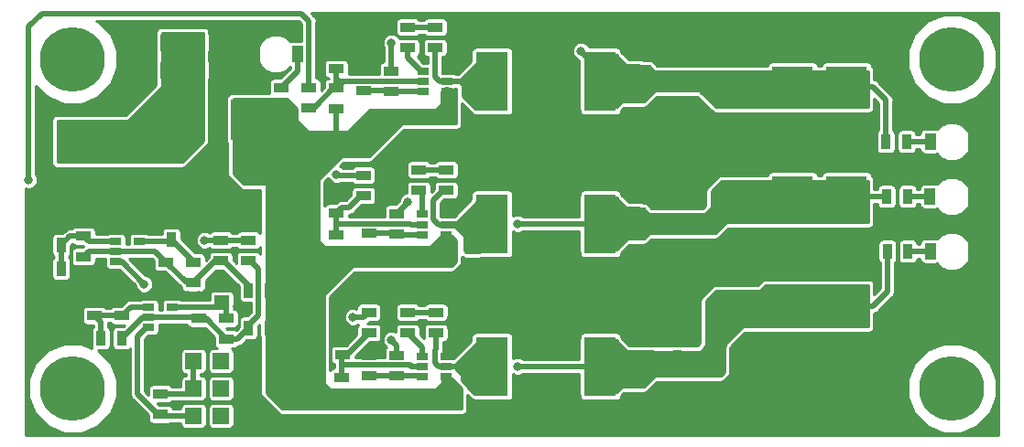
<source format=gbr>
G04 #@! TF.GenerationSoftware,KiCad,Pcbnew,(6.0.0-rc1-dev-205-gc0615c5ef)*
G04 #@! TF.CreationDate,2019-05-29T12:14:59+02:00*
G04 #@! TF.ProjectId,BATPOWER05A,424154504F5745523035412E6B696361,REV*
G04 #@! TF.SameCoordinates,Original*
G04 #@! TF.FileFunction,Copper,L2,Bot,Signal*
G04 #@! TF.FilePolarity,Positive*
%FSLAX46Y46*%
G04 Gerber Fmt 4.6, Leading zero omitted, Abs format (unit mm)*
G04 Created by KiCad (PCBNEW (6.0.0-rc1-dev-205-gc0615c5ef)) date 05/29/19 12:14:59*
%MOMM*%
%LPD*%
G01*
G04 APERTURE LIST*
G04 #@! TA.AperFunction,SMDPad,CuDef*
%ADD10R,1.397000X0.889000*%
G04 #@! TD*
G04 #@! TA.AperFunction,ComponentPad*
%ADD11R,1.524000X1.524000*%
G04 #@! TD*
G04 #@! TA.AperFunction,SMDPad,CuDef*
%ADD12R,0.889000X1.397000*%
G04 #@! TD*
G04 #@! TA.AperFunction,SMDPad,CuDef*
%ADD13R,2.499360X2.550160*%
G04 #@! TD*
G04 #@! TA.AperFunction,SMDPad,CuDef*
%ADD14R,1.800000X2.500000*%
G04 #@! TD*
G04 #@! TA.AperFunction,ComponentPad*
%ADD15C,6.000000*%
G04 #@! TD*
G04 #@! TA.AperFunction,ComponentPad*
%ADD16R,3.810000X3.810000*%
G04 #@! TD*
G04 #@! TA.AperFunction,SMDPad,CuDef*
%ADD17R,1.060000X0.650000*%
G04 #@! TD*
G04 #@! TA.AperFunction,SMDPad,CuDef*
%ADD18R,3.000000X5.500000*%
G04 #@! TD*
G04 #@! TA.AperFunction,SMDPad,CuDef*
%ADD19R,1.050000X1.500000*%
G04 #@! TD*
G04 #@! TA.AperFunction,SMDPad,CuDef*
%ADD20R,3.330000X3.810000*%
G04 #@! TD*
G04 #@! TA.AperFunction,ViaPad*
%ADD21C,0.800000*%
G04 #@! TD*
G04 #@! TA.AperFunction,Conductor*
%ADD22C,0.500000*%
G04 #@! TD*
G04 #@! TA.AperFunction,Conductor*
%ADD23C,1.000000*%
G04 #@! TD*
G04 #@! TA.AperFunction,Conductor*
%ADD24C,0.254000*%
G04 #@! TD*
G04 APERTURE END LIST*
D10*
G04 #@! TO.P,R10,2*
G04 #@! TO.N,Net-(R10-Pad2)*
X18859500Y13271500D03*
G04 #@! TO.P,R10,1*
G04 #@! TO.N,GND*
X18859500Y15176500D03*
G04 #@! TD*
D11*
G04 #@! TO.P,J1,1*
G04 #@! TO.N,GND*
X19050000Y37084000D03*
G04 #@! TO.P,J1,2*
X19050000Y34544000D03*
G04 #@! TO.P,J1,3*
G04 #@! TO.N,Net-(F1-Pad2)*
X16510000Y37084000D03*
G04 #@! TO.P,J1,4*
X16510000Y34544000D03*
G04 #@! TO.P,J1,5*
X13970000Y37084000D03*
G04 #@! TO.P,J1,6*
X13970000Y34544000D03*
G04 #@! TO.P,J1,7*
G04 #@! TO.N,GND*
X11430000Y37084000D03*
G04 #@! TO.P,J1,8*
X11430000Y34544000D03*
G04 #@! TD*
D10*
G04 #@! TO.P,C1,1*
G04 #@! TO.N,GND*
X13716000Y14859000D03*
G04 #@! TO.P,C1,2*
G04 #@! TO.N,Net-(C1-Pad2)*
X13716000Y16764000D03*
G04 #@! TD*
G04 #@! TO.P,C2,2*
G04 #@! TO.N,Net-(C2-Pad2)*
X16764000Y11557000D03*
G04 #@! TO.P,C2,1*
G04 #@! TO.N,GND*
X16764000Y9652000D03*
G04 #@! TD*
D12*
G04 #@! TO.P,C3,2*
G04 #@! TO.N,Net-(C3-Pad2)*
X4000500Y18351500D03*
G04 #@! TO.P,C3,1*
G04 #@! TO.N,GND*
X2095500Y18351500D03*
G04 #@! TD*
D10*
G04 #@! TO.P,C4,1*
G04 #@! TO.N,GND*
X7112000Y13716000D03*
G04 #@! TO.P,C4,2*
G04 #@! TO.N,Net-(C4-Pad2)*
X7112000Y11811000D03*
G04 #@! TD*
D12*
G04 #@! TO.P,C5,1*
G04 #@! TO.N,GND*
X2095500Y16192500D03*
G04 #@! TO.P,C5,2*
G04 #@! TO.N,Net-(C3-Pad2)*
X4000500Y16192500D03*
G04 #@! TD*
D10*
G04 #@! TO.P,C6,2*
G04 #@! TO.N,Net-(C4-Pad2)*
X9652000Y11811000D03*
G04 #@! TO.P,C6,1*
G04 #@! TO.N,GND*
X9652000Y13716000D03*
G04 #@! TD*
G04 #@! TO.P,C7,1*
G04 #@! TO.N,GND*
X36576000Y28448000D03*
G04 #@! TO.P,C7,2*
G04 #@! TO.N,VCC*
X36576000Y30353000D03*
G04 #@! TD*
G04 #@! TO.P,C8,1*
G04 #@! TO.N,GND*
X36576000Y15240000D03*
G04 #@! TO.P,C8,2*
G04 #@! TO.N,VCC*
X36576000Y17145000D03*
G04 #@! TD*
G04 #@! TO.P,C9,2*
G04 #@! TO.N,VCC*
X37084000Y3556000D03*
G04 #@! TO.P,C9,1*
G04 #@! TO.N,GND*
X37084000Y1651000D03*
G04 #@! TD*
G04 #@! TO.P,C10,2*
G04 #@! TO.N,VCC*
X39624000Y30353000D03*
G04 #@! TO.P,C10,1*
G04 #@! TO.N,GND*
X39624000Y28448000D03*
G04 #@! TD*
G04 #@! TO.P,C11,2*
G04 #@! TO.N,VCC*
X39624000Y17145000D03*
G04 #@! TO.P,C11,1*
G04 #@! TO.N,GND*
X39624000Y15240000D03*
G04 #@! TD*
G04 #@! TO.P,C12,1*
G04 #@! TO.N,GND*
X40132000Y1651000D03*
G04 #@! TO.P,C12,2*
G04 #@! TO.N,VCC*
X40132000Y3556000D03*
G04 #@! TD*
G04 #@! TO.P,C13,1*
G04 #@! TO.N,Net-(C13-Pad1)*
X38608000Y36639500D03*
G04 #@! TO.P,C13,2*
G04 #@! TO.N,Net-(C13-Pad2)*
X38608000Y38544500D03*
G04 #@! TD*
G04 #@! TO.P,C14,2*
G04 #@! TO.N,Net-(C14-Pad2)*
X39624000Y25336500D03*
G04 #@! TO.P,C14,1*
G04 #@! TO.N,Net-(C14-Pad1)*
X39624000Y23431500D03*
G04 #@! TD*
G04 #@! TO.P,C15,2*
G04 #@! TO.N,Net-(C15-Pad2)*
X38671500Y12128500D03*
G04 #@! TO.P,C15,1*
G04 #@! TO.N,Net-(C15-Pad1)*
X38671500Y10223500D03*
G04 #@! TD*
G04 #@! TO.P,C16,1*
G04 #@! TO.N,GND*
X56896000Y30607000D03*
G04 #@! TO.P,C16,2*
G04 #@! TO.N,/OUT1*
X56896000Y32512000D03*
G04 #@! TD*
G04 #@! TO.P,C17,1*
G04 #@! TO.N,GND*
X56896000Y17399000D03*
G04 #@! TO.P,C17,2*
G04 #@! TO.N,/OUT2*
X56896000Y19304000D03*
G04 #@! TD*
G04 #@! TO.P,C18,2*
G04 #@! TO.N,/OUT3*
X56896000Y5969000D03*
G04 #@! TO.P,C18,1*
G04 #@! TO.N,GND*
X56896000Y4064000D03*
G04 #@! TD*
G04 #@! TO.P,C19,2*
G04 #@! TO.N,/OUT1*
X56896000Y34671000D03*
G04 #@! TO.P,C19,1*
G04 #@! TO.N,GND*
X56896000Y36576000D03*
G04 #@! TD*
G04 #@! TO.P,C20,2*
G04 #@! TO.N,/OUT2*
X56896000Y21463000D03*
G04 #@! TO.P,C20,1*
G04 #@! TO.N,GND*
X56896000Y23368000D03*
G04 #@! TD*
G04 #@! TO.P,C21,1*
G04 #@! TO.N,GND*
X56896000Y10033000D03*
G04 #@! TO.P,C21,2*
G04 #@! TO.N,/OUT3*
X56896000Y8128000D03*
G04 #@! TD*
D13*
G04 #@! TO.P,C22,2*
G04 #@! TO.N,GND*
X67056000Y27970480D03*
G04 #@! TO.P,C22,1*
G04 #@! TO.N,/OUT1*
X67056000Y33020000D03*
G04 #@! TD*
G04 #@! TO.P,C23,2*
G04 #@! TO.N,GND*
X67056000Y17780000D03*
G04 #@! TO.P,C23,1*
G04 #@! TO.N,/OUT2*
X67056000Y22829520D03*
G04 #@! TD*
G04 #@! TO.P,C24,1*
G04 #@! TO.N,/OUT3*
X67056000Y12669520D03*
G04 #@! TO.P,C24,2*
G04 #@! TO.N,GND*
X67056000Y7620000D03*
G04 #@! TD*
D14*
G04 #@! TO.P,D1,1*
G04 #@! TO.N,VCC*
X21368000Y25876000D03*
G04 #@! TO.P,D1,2*
G04 #@! TO.N,GND*
X21368000Y21876000D03*
G04 #@! TD*
D11*
G04 #@! TO.P,J2,1*
G04 #@! TO.N,/T1*
X16256000Y7620000D03*
G04 #@! TD*
G04 #@! TO.P,J3,1*
G04 #@! TO.N,/T1*
X16256000Y5080000D03*
G04 #@! TD*
G04 #@! TO.P,J4,1*
G04 #@! TO.N,/T2*
X16256000Y2540000D03*
G04 #@! TD*
G04 #@! TO.P,J5,1*
G04 #@! TO.N,Net-(J5-Pad1)*
X18796000Y7620000D03*
G04 #@! TD*
G04 #@! TO.P,J6,1*
G04 #@! TO.N,GND*
X21336000Y7620000D03*
G04 #@! TD*
G04 #@! TO.P,J7,1*
G04 #@! TO.N,Net-(J7-Pad1)*
X18796000Y5080000D03*
G04 #@! TD*
G04 #@! TO.P,J8,1*
G04 #@! TO.N,GND*
X21336000Y5080000D03*
G04 #@! TD*
G04 #@! TO.P,J9,1*
G04 #@! TO.N,Net-(J9-Pad1)*
X18796000Y2540000D03*
G04 #@! TD*
G04 #@! TO.P,J10,1*
G04 #@! TO.N,GND*
X21336000Y2540000D03*
G04 #@! TD*
G04 #@! TO.P,J11,1*
G04 #@! TO.N,GND*
X59690000Y36068000D03*
G04 #@! TO.P,J11,2*
X62230000Y36068000D03*
G04 #@! TO.P,J11,3*
G04 #@! TO.N,/OUT1*
X59690000Y33528000D03*
G04 #@! TO.P,J11,4*
X62230000Y33528000D03*
G04 #@! TO.P,J11,5*
G04 #@! TO.N,GND*
X59690000Y30988000D03*
G04 #@! TO.P,J11,6*
X62230000Y30988000D03*
G04 #@! TD*
G04 #@! TO.P,J12,1*
G04 #@! TO.N,GND*
X62230000Y17780000D03*
G04 #@! TO.P,J12,2*
X59690000Y17780000D03*
G04 #@! TO.P,J12,3*
G04 #@! TO.N,/OUT2*
X62230000Y20320000D03*
G04 #@! TO.P,J12,4*
X59690000Y20320000D03*
G04 #@! TO.P,J12,5*
G04 #@! TO.N,GND*
X62230000Y22860000D03*
G04 #@! TO.P,J12,6*
X59690000Y22860000D03*
G04 #@! TD*
G04 #@! TO.P,J13,6*
G04 #@! TO.N,GND*
X59690000Y9652000D03*
G04 #@! TO.P,J13,5*
X62230000Y9652000D03*
G04 #@! TO.P,J13,4*
G04 #@! TO.N,/OUT3*
X59690000Y7112000D03*
G04 #@! TO.P,J13,3*
X62230000Y7112000D03*
G04 #@! TO.P,J13,2*
G04 #@! TO.N,GND*
X59690000Y4572000D03*
G04 #@! TO.P,J13,1*
X62230000Y4572000D03*
G04 #@! TD*
D15*
G04 #@! TO.P,M1,1*
G04 #@! TO.N,N/C*
X5080000Y35560000D03*
G04 #@! TD*
G04 #@! TO.P,M2,1*
G04 #@! TO.N,N/C*
X86360000Y35560000D03*
G04 #@! TD*
G04 #@! TO.P,M3,1*
G04 #@! TO.N,N/C*
X5080000Y5080000D03*
G04 #@! TD*
G04 #@! TO.P,M4,1*
G04 #@! TO.N,N/C*
X86360000Y5080000D03*
G04 #@! TD*
D16*
G04 #@! TO.P,P1,1*
G04 #@! TO.N,Net-(F1-Pad2)*
X5668000Y27940000D03*
X10668000Y27940000D03*
G04 #@! TD*
G04 #@! TO.P,P2,1*
G04 #@! TO.N,GND*
X10668000Y22860000D03*
X5668000Y22860000D03*
G04 #@! TD*
G04 #@! TO.P,P3,1*
G04 #@! TO.N,/OUT1*
X76628000Y33020000D03*
X71628000Y33020000D03*
G04 #@! TD*
G04 #@! TO.P,P4,1*
G04 #@! TO.N,GND*
X71628000Y27940000D03*
X76628000Y27940000D03*
G04 #@! TD*
G04 #@! TO.P,P5,1*
G04 #@! TO.N,/OUT2*
X76628000Y22860000D03*
X71628000Y22860000D03*
G04 #@! TD*
G04 #@! TO.P,P6,1*
G04 #@! TO.N,GND*
X71628000Y17780000D03*
X76628000Y17780000D03*
G04 #@! TD*
G04 #@! TO.P,P7,1*
G04 #@! TO.N,/OUT3*
X76628000Y12700000D03*
X71628000Y12700000D03*
G04 #@! TD*
G04 #@! TO.P,P8,1*
G04 #@! TO.N,GND*
X71628000Y7620000D03*
X76628000Y7620000D03*
G04 #@! TD*
D10*
G04 #@! TO.P,R1,1*
G04 #@! TO.N,Net-(C1-Pad2)*
X18796000Y16891000D03*
G04 #@! TO.P,R1,2*
G04 #@! TO.N,/OUT1*
X18796000Y18796000D03*
G04 #@! TD*
G04 #@! TO.P,R2,2*
G04 #@! TO.N,Net-(C3-Pad2)*
X6096000Y19177000D03*
G04 #@! TO.P,R2,1*
G04 #@! TO.N,Net-(C1-Pad2)*
X6096000Y17272000D03*
G04 #@! TD*
G04 #@! TO.P,R3,2*
G04 #@! TO.N,/OUT1*
X21336000Y18796000D03*
G04 #@! TO.P,R3,1*
G04 #@! TO.N,Net-(C2-Pad2)*
X21336000Y16891000D03*
G04 #@! TD*
D12*
G04 #@! TO.P,R4,1*
G04 #@! TO.N,Net-(C2-Pad2)*
X9588500Y9715500D03*
G04 #@! TO.P,R4,2*
G04 #@! TO.N,Net-(C4-Pad2)*
X7683500Y9715500D03*
G04 #@! TD*
G04 #@! TO.P,R5,2*
G04 #@! TO.N,VCC*
X23241000Y14160500D03*
G04 #@! TO.P,R5,1*
G04 #@! TO.N,Net-(C1-Pad2)*
X21336000Y14160500D03*
G04 #@! TD*
G04 #@! TO.P,R6,1*
G04 #@! TO.N,Net-(C2-Pad2)*
X21336000Y10668000D03*
G04 #@! TO.P,R6,2*
G04 #@! TO.N,VCC*
X23241000Y10668000D03*
G04 #@! TD*
D10*
G04 #@! TO.P,R7,2*
G04 #@! TO.N,Net-(C1-Pad2)*
X16256000Y14859000D03*
G04 #@! TO.P,R7,1*
G04 #@! TO.N,Net-(R7-Pad1)*
X16256000Y16764000D03*
G04 #@! TD*
D12*
G04 #@! TO.P,R8,1*
G04 #@! TO.N,GND*
X16129000Y18859500D03*
G04 #@! TO.P,R8,2*
G04 #@! TO.N,Net-(R7-Pad1)*
X14224000Y18859500D03*
G04 #@! TD*
D10*
G04 #@! TO.P,R9,1*
G04 #@! TO.N,Net-(R10-Pad2)*
X19304000Y11557000D03*
G04 #@! TO.P,R9,2*
G04 #@! TO.N,Net-(C2-Pad2)*
X19304000Y9652000D03*
G04 #@! TD*
G04 #@! TO.P,R11,2*
G04 #@! TO.N,/T1*
X13208000Y4572000D03*
G04 #@! TO.P,R11,1*
G04 #@! TO.N,/T2*
X13208000Y2667000D03*
G04 #@! TD*
G04 #@! TO.P,R12,2*
G04 #@! TO.N,/EN1*
X26924000Y31051500D03*
G04 #@! TO.P,R12,1*
G04 #@! TO.N,Net-(J5-Pad1)*
X26924000Y32956500D03*
G04 #@! TD*
G04 #@! TO.P,R13,1*
G04 #@! TO.N,Net-(J7-Pad1)*
X31940500Y24828500D03*
G04 #@! TO.P,R13,2*
G04 #@! TO.N,/EN2*
X31940500Y22923500D03*
G04 #@! TD*
G04 #@! TO.P,R14,1*
G04 #@! TO.N,Net-(J9-Pad1)*
X32448500Y12128500D03*
G04 #@! TO.P,R14,2*
G04 #@! TO.N,/EN3*
X32448500Y10223500D03*
G04 #@! TD*
G04 #@! TO.P,R15,2*
G04 #@! TO.N,VCC*
X29464000Y30988000D03*
G04 #@! TO.P,R15,1*
G04 #@! TO.N,/EN1*
X29464000Y32893000D03*
G04 #@! TD*
G04 #@! TO.P,R16,1*
G04 #@! TO.N,GND*
X29464000Y36576000D03*
G04 #@! TO.P,R16,2*
G04 #@! TO.N,/EN1*
X29464000Y34671000D03*
G04 #@! TD*
G04 #@! TO.P,R17,2*
G04 #@! TO.N,VCC*
X29464000Y17399000D03*
G04 #@! TO.P,R17,1*
G04 #@! TO.N,/EN2*
X29464000Y19304000D03*
G04 #@! TD*
G04 #@! TO.P,R18,1*
G04 #@! TO.N,GND*
X29464000Y23241000D03*
G04 #@! TO.P,R18,2*
G04 #@! TO.N,/EN2*
X29464000Y21336000D03*
G04 #@! TD*
G04 #@! TO.P,R19,1*
G04 #@! TO.N,/EN3*
X29972000Y6096000D03*
G04 #@! TO.P,R19,2*
G04 #@! TO.N,VCC*
X29972000Y4191000D03*
G04 #@! TD*
G04 #@! TO.P,R20,2*
G04 #@! TO.N,/EN3*
X30035500Y8191500D03*
G04 #@! TO.P,R20,1*
G04 #@! TO.N,GND*
X30035500Y10096500D03*
G04 #@! TD*
G04 #@! TO.P,R21,1*
G04 #@! TO.N,GND*
X32004000Y34544000D03*
G04 #@! TO.P,R21,2*
G04 #@! TO.N,Net-(R21-Pad2)*
X32004000Y32639000D03*
G04 #@! TD*
G04 #@! TO.P,R22,1*
G04 #@! TO.N,GND*
X32448500Y21336000D03*
G04 #@! TO.P,R22,2*
G04 #@! TO.N,Net-(R22-Pad2)*
X32448500Y19431000D03*
G04 #@! TD*
G04 #@! TO.P,R23,2*
G04 #@! TO.N,Net-(R23-Pad2)*
X32512000Y6223000D03*
G04 #@! TO.P,R23,1*
G04 #@! TO.N,GND*
X32512000Y8128000D03*
G04 #@! TD*
G04 #@! TO.P,R24,2*
G04 #@! TO.N,Net-(R24-Pad2)*
X36068000Y36639500D03*
G04 #@! TO.P,R24,1*
G04 #@! TO.N,Net-(C13-Pad2)*
X36068000Y38544500D03*
G04 #@! TD*
G04 #@! TO.P,R25,1*
G04 #@! TO.N,Net-(C14-Pad2)*
X37084000Y25336500D03*
G04 #@! TO.P,R25,2*
G04 #@! TO.N,Net-(R25-Pad2)*
X37084000Y23431500D03*
G04 #@! TD*
G04 #@! TO.P,R26,1*
G04 #@! TO.N,Net-(C15-Pad2)*
X36068000Y12128500D03*
G04 #@! TO.P,R26,2*
G04 #@! TO.N,Net-(R26-Pad2)*
X36068000Y10223500D03*
G04 #@! TD*
G04 #@! TO.P,R27,2*
G04 #@! TO.N,Net-(R21-Pad2)*
X34544000Y32575500D03*
G04 #@! TO.P,R27,1*
G04 #@! TO.N,/OUT1*
X34544000Y34480500D03*
G04 #@! TD*
G04 #@! TO.P,R28,2*
G04 #@! TO.N,Net-(R22-Pad2)*
X35052000Y19367500D03*
G04 #@! TO.P,R28,1*
G04 #@! TO.N,/OUT2*
X35052000Y21272500D03*
G04 #@! TD*
G04 #@! TO.P,R29,1*
G04 #@! TO.N,/OUT3*
X35052000Y8128000D03*
G04 #@! TO.P,R29,2*
G04 #@! TO.N,Net-(R23-Pad2)*
X35052000Y6223000D03*
G04 #@! TD*
D17*
G04 #@! TO.P,U1,1*
G04 #@! TO.N,/T1*
X9060000Y16830000D03*
G04 #@! TO.P,U1,2*
G04 #@! TO.N,Net-(C1-Pad2)*
X9060000Y17780000D03*
G04 #@! TO.P,U1,3*
G04 #@! TO.N,Net-(C3-Pad2)*
X9060000Y18730000D03*
G04 #@! TO.P,U1,4*
G04 #@! TO.N,Net-(R7-Pad1)*
X11260000Y18730000D03*
G04 #@! TO.P,U1,5*
G04 #@! TO.N,GND*
X11260000Y16830000D03*
G04 #@! TD*
G04 #@! TO.P,U2,5*
G04 #@! TO.N,GND*
X14308000Y10734000D03*
G04 #@! TO.P,U2,4*
G04 #@! TO.N,Net-(R10-Pad2)*
X14308000Y12634000D03*
G04 #@! TO.P,U2,3*
G04 #@! TO.N,Net-(C4-Pad2)*
X12108000Y12634000D03*
G04 #@! TO.P,U2,2*
G04 #@! TO.N,Net-(C2-Pad2)*
X12108000Y11684000D03*
G04 #@! TO.P,U2,1*
G04 #@! TO.N,/T2*
X12108000Y10734000D03*
G04 #@! TD*
G04 #@! TO.P,U3,1*
G04 #@! TO.N,GND*
X39708000Y34478000D03*
G04 #@! TO.P,U3,2*
G04 #@! TO.N,Net-(C13-Pad1)*
X39708000Y33528000D03*
G04 #@! TO.P,U3,3*
G04 #@! TO.N,VCC*
X39708000Y32578000D03*
G04 #@! TO.P,U3,4*
G04 #@! TO.N,Net-(R21-Pad2)*
X37508000Y32578000D03*
G04 #@! TO.P,U3,6*
G04 #@! TO.N,Net-(R24-Pad2)*
X37508000Y34478000D03*
G04 #@! TO.P,U3,5*
G04 #@! TO.N,/EN1*
X37508000Y33528000D03*
G04 #@! TD*
G04 #@! TO.P,U4,5*
G04 #@! TO.N,/EN2*
X37424000Y20254000D03*
G04 #@! TO.P,U4,6*
G04 #@! TO.N,Net-(R25-Pad2)*
X37424000Y21204000D03*
G04 #@! TO.P,U4,4*
G04 #@! TO.N,Net-(R22-Pad2)*
X37424000Y19304000D03*
G04 #@! TO.P,U4,3*
G04 #@! TO.N,VCC*
X39624000Y19304000D03*
G04 #@! TO.P,U4,2*
G04 #@! TO.N,Net-(C14-Pad1)*
X39624000Y20254000D03*
G04 #@! TO.P,U4,1*
G04 #@! TO.N,GND*
X39624000Y21204000D03*
G04 #@! TD*
G04 #@! TO.P,U5,1*
G04 #@! TO.N,GND*
X39624000Y8062000D03*
G04 #@! TO.P,U5,2*
G04 #@! TO.N,Net-(C15-Pad1)*
X39624000Y7112000D03*
G04 #@! TO.P,U5,3*
G04 #@! TO.N,VCC*
X39624000Y6162000D03*
G04 #@! TO.P,U5,4*
G04 #@! TO.N,Net-(R23-Pad2)*
X37424000Y6162000D03*
G04 #@! TO.P,U5,6*
G04 #@! TO.N,Net-(R26-Pad2)*
X37424000Y8062000D03*
G04 #@! TO.P,U5,5*
G04 #@! TO.N,/EN3*
X37424000Y7112000D03*
G04 #@! TD*
D18*
G04 #@! TO.P,L1,2*
G04 #@! TO.N,/OUT1*
X53848000Y33528000D03*
G04 #@! TO.P,L1,1*
G04 #@! TO.N,Net-(C13-Pad1)*
X43848000Y33528000D03*
G04 #@! TD*
G04 #@! TO.P,L2,1*
G04 #@! TO.N,Net-(C14-Pad1)*
X43848000Y20320000D03*
G04 #@! TO.P,L2,2*
G04 #@! TO.N,/OUT2*
X53848000Y20320000D03*
G04 #@! TD*
G04 #@! TO.P,L3,1*
G04 #@! TO.N,Net-(C15-Pad1)*
X43848000Y7112000D03*
G04 #@! TO.P,L3,2*
G04 #@! TO.N,/OUT3*
X53848000Y7112000D03*
G04 #@! TD*
D19*
G04 #@! TO.P,D2,1*
G04 #@! TO.N,GND*
X21876000Y36068000D03*
G04 #@! TO.P,D2,2*
G04 #@! TO.N,Net-(D2-Pad2)*
X25876000Y36068000D03*
G04 #@! TD*
G04 #@! TO.P,D3,1*
G04 #@! TO.N,GND*
X88360000Y27940000D03*
G04 #@! TO.P,D3,2*
G04 #@! TO.N,Net-(D3-Pad2)*
X84360000Y27940000D03*
G04 #@! TD*
G04 #@! TO.P,D4,2*
G04 #@! TO.N,Net-(D4-Pad2)*
X84328000Y22860000D03*
G04 #@! TO.P,D4,1*
G04 #@! TO.N,GND*
X88328000Y22860000D03*
G04 #@! TD*
G04 #@! TO.P,D5,2*
G04 #@! TO.N,Net-(D5-Pad2)*
X84360000Y17780000D03*
G04 #@! TO.P,D5,1*
G04 #@! TO.N,GND*
X88360000Y17780000D03*
G04 #@! TD*
D10*
G04 #@! TO.P,R30,1*
G04 #@! TO.N,VCC*
X24384000Y31051500D03*
G04 #@! TO.P,R30,2*
G04 #@! TO.N,Net-(D2-Pad2)*
X24384000Y32956500D03*
G04 #@! TD*
D12*
G04 #@! TO.P,R31,1*
G04 #@! TO.N,/OUT1*
X80264000Y27940000D03*
G04 #@! TO.P,R31,2*
G04 #@! TO.N,Net-(D3-Pad2)*
X82169000Y27940000D03*
G04 #@! TD*
G04 #@! TO.P,R32,2*
G04 #@! TO.N,Net-(D4-Pad2)*
X82232500Y22860000D03*
G04 #@! TO.P,R32,1*
G04 #@! TO.N,/OUT2*
X80327500Y22860000D03*
G04 #@! TD*
G04 #@! TO.P,R33,2*
G04 #@! TO.N,Net-(D5-Pad2)*
X82296000Y17780000D03*
G04 #@! TO.P,R33,1*
G04 #@! TO.N,/OUT3*
X80391000Y17780000D03*
G04 #@! TD*
D20*
G04 #@! TO.P,F1,1*
G04 #@! TO.N,VCC*
X21336000Y29972000D03*
G04 #@! TO.P,F1,2*
G04 #@! TO.N,Net-(F1-Pad2)*
X15516000Y29972000D03*
G04 #@! TD*
D21*
G04 #@! TO.N,GND*
X13716000Y21336000D03*
X13716000Y22352000D03*
X13716000Y23368000D03*
X13716000Y24384000D03*
X15748000Y24384000D03*
X15748000Y23368000D03*
X15748000Y22352000D03*
X15748000Y21336000D03*
X14732000Y21336000D03*
X14732000Y22352000D03*
X14732000Y23368000D03*
X14732000Y24384000D03*
X16764000Y21336000D03*
X17780000Y21336000D03*
X18796000Y21336000D03*
X18796000Y22352000D03*
X17780000Y22352000D03*
X16764000Y22352000D03*
X16764000Y23368000D03*
X17780000Y23368000D03*
X18796000Y23368000D03*
X18796000Y24384000D03*
X16764000Y24384000D03*
X17780000Y24384000D03*
X16256000Y25400000D03*
X17272000Y26416000D03*
X18288000Y26416000D03*
X17780000Y25400000D03*
X18796000Y25400000D03*
X18288000Y33020000D03*
X19304000Y33020000D03*
X20320000Y33020000D03*
X21336000Y33020000D03*
X22352000Y33020000D03*
X22860000Y34036000D03*
X21844000Y34036000D03*
X20828000Y34036000D03*
X10668000Y33020000D03*
X11684000Y33020000D03*
X10668000Y31496000D03*
X9144000Y31496000D03*
X20828000Y38100000D03*
X21844000Y38100000D03*
X22860000Y38100000D03*
X25908000Y38100000D03*
X40132000Y36068000D03*
X41148000Y36068000D03*
X40132000Y37084000D03*
X41148000Y37084000D03*
X41148000Y38100000D03*
X40132000Y38100000D03*
X42164000Y38100000D03*
X42164000Y37084000D03*
X43180000Y37084000D03*
X43180000Y38100000D03*
X44196000Y38100000D03*
X44196000Y37084000D03*
X45212000Y37084000D03*
X45212000Y38100000D03*
X46228000Y38100000D03*
X46228000Y37084000D03*
X46228000Y36068000D03*
X47244000Y36068000D03*
X47244000Y37084000D03*
X47244000Y38100000D03*
X33528000Y23368000D03*
X34544000Y23368000D03*
X33528000Y24384000D03*
X33528000Y25400000D03*
X34036000Y26416000D03*
X34544000Y25400000D03*
X34544000Y24384000D03*
X35560000Y24384000D03*
X35560000Y25400000D03*
X35052000Y26924000D03*
X36068000Y26924000D03*
X37084000Y26924000D03*
X38100000Y26924000D03*
X39116000Y26924000D03*
X40132000Y26924000D03*
X41148000Y26924000D03*
X41148000Y27940000D03*
X41656000Y28956000D03*
X42164000Y27940000D03*
X42164000Y26924000D03*
X41656000Y25908000D03*
X41656000Y24892000D03*
X41656000Y23876000D03*
X41148000Y22352000D03*
X42672000Y23876000D03*
X42672000Y24892000D03*
X42672000Y25908000D03*
X43688000Y25908000D03*
X43688000Y24892000D03*
X43688000Y23876000D03*
X44704000Y23876000D03*
X44704000Y24892000D03*
X44704000Y25908000D03*
X31496000Y14224000D03*
X32512000Y14224000D03*
X33528000Y14224000D03*
X34544000Y14224000D03*
X35560000Y14224000D03*
X36576000Y13716000D03*
X37592000Y13716000D03*
X38608000Y13716000D03*
X39624000Y13716000D03*
X40640000Y13716000D03*
X29972000Y13208000D03*
X30480000Y14224000D03*
X41148000Y14732000D03*
X41148000Y15748000D03*
X42164000Y15748000D03*
X42164000Y16764000D03*
X43180000Y16764000D03*
X43180000Y15748000D03*
X43180000Y14732000D03*
X42164000Y14732000D03*
X41656000Y13716000D03*
X43180000Y13716000D03*
X44196000Y13716000D03*
X44196000Y14732000D03*
X44196000Y15748000D03*
X44196000Y16764000D03*
X34036000Y11176000D03*
X34036000Y12192000D03*
X34036000Y13208000D03*
X40132000Y9652000D03*
X41148000Y9652000D03*
X40132000Y10668000D03*
X40132000Y11684000D03*
X40132000Y12700000D03*
X41148000Y12700000D03*
X41148000Y11684000D03*
X41148000Y10668000D03*
X42164000Y11176000D03*
X42164000Y12192000D03*
X43180000Y12192000D03*
X43180000Y11176000D03*
X44196000Y12192000D03*
X44196000Y11176000D03*
X23876000Y2032000D03*
X24892000Y2032000D03*
X25908000Y2032000D03*
X26924000Y2032000D03*
X27940000Y2032000D03*
X28956000Y2032000D03*
X29972000Y2032000D03*
X30988000Y2032000D03*
X32004000Y2032000D03*
X33020000Y2032000D03*
X34036000Y2032000D03*
X35052000Y2032000D03*
X42164000Y1524000D03*
X43180000Y1524000D03*
X42164000Y2540000D03*
X43180000Y2540000D03*
X42164000Y3556000D03*
X43180000Y3556000D03*
X44196000Y3556000D03*
X44196000Y2540000D03*
X44196000Y1524000D03*
X45212000Y1524000D03*
X45212000Y2540000D03*
X45212000Y3556000D03*
X46228000Y3556000D03*
X46228000Y2540000D03*
X46228000Y1524000D03*
X58928000Y28956000D03*
X59944000Y28956000D03*
X60960000Y28956000D03*
X61976000Y28956000D03*
X62992000Y28956000D03*
X58928000Y27940000D03*
X59944000Y27940000D03*
X60960000Y27940000D03*
X61976000Y27940000D03*
X58928000Y26924000D03*
X58928000Y25908000D03*
X58928000Y24892000D03*
X59944000Y24892000D03*
X59944000Y25908000D03*
X59944000Y26924000D03*
X60960000Y26924000D03*
X60960000Y25908000D03*
X60960000Y24892000D03*
X61976000Y24892000D03*
X61976000Y25908000D03*
X61976000Y26924000D03*
X62992000Y27940000D03*
X62992000Y26924000D03*
X62992000Y25908000D03*
X62992000Y24892000D03*
X57912000Y15748000D03*
X58928000Y15748000D03*
X59944000Y15748000D03*
X60960000Y15748000D03*
X61976000Y15748000D03*
X61976000Y14732000D03*
X61976000Y13716000D03*
X61976000Y12700000D03*
X61976000Y11684000D03*
X60960000Y11684000D03*
X60960000Y12700000D03*
X60960000Y13716000D03*
X60960000Y14732000D03*
X59944000Y14732000D03*
X59944000Y13716000D03*
X59944000Y12700000D03*
X59944000Y11684000D03*
X58928000Y11684000D03*
X58928000Y12700000D03*
X58928000Y13716000D03*
X58928000Y14732000D03*
X57912000Y14732000D03*
X57912000Y13716000D03*
X57912000Y12700000D03*
X57912000Y11684000D03*
X58420000Y2540000D03*
X59436000Y2540000D03*
X60452000Y2540000D03*
X61468000Y2540000D03*
X62484000Y2540000D03*
X63500000Y2540000D03*
X58420000Y1524000D03*
X59436000Y1524000D03*
X60452000Y1524000D03*
X61468000Y1524000D03*
X62484000Y1524000D03*
X63500000Y1524000D03*
X64516000Y2540000D03*
X64516000Y1524000D03*
X64516000Y3556000D03*
X65532000Y3556000D03*
X65532000Y2540000D03*
X65532000Y1524000D03*
X70104000Y4572000D03*
X71120000Y4572000D03*
X72136000Y4572000D03*
X73152000Y4572000D03*
X74168000Y4572000D03*
X75184000Y4572000D03*
X76200000Y4572000D03*
X77216000Y4572000D03*
X78232000Y4572000D03*
X79248000Y4572000D03*
X80264000Y4572000D03*
X80264000Y5588000D03*
X80264000Y6604000D03*
X80264000Y8128000D03*
X80264000Y9144000D03*
X15748000Y13716000D03*
X16764000Y13716000D03*
X6096000Y15748000D03*
X7112000Y15748000D03*
X8128000Y15240000D03*
X9144000Y15240000D03*
X21336000Y12700000D03*
X12192000Y8636000D03*
X13208000Y8636000D03*
X14224000Y8636000D03*
G04 #@! TO.N,/OUT1*
X17272000Y18796000D03*
X34544000Y37084000D03*
X52070000Y36322000D03*
G04 #@! TO.N,/OUT2*
X36068000Y22352000D03*
X46228000Y20320000D03*
G04 #@! TO.N,/OUT3*
X34544000Y9580500D03*
X46228000Y7112000D03*
G04 #@! TO.N,/T1*
X11684000Y14732000D03*
G04 #@! TO.N,Net-(J5-Pad1)*
X1016000Y24384000D03*
G04 #@! TO.N,Net-(J7-Pad1)*
X29464000Y24892000D03*
G04 #@! TO.N,Net-(J9-Pad1)*
X30988000Y11684000D03*
G04 #@! TD*
D22*
G04 #@! TO.N,Net-(C1-Pad2)*
X6604000Y17780000D02*
X6096000Y17272000D01*
X9060000Y17780000D02*
X6604000Y17780000D01*
X6032500Y17208500D02*
X6096000Y17272000D01*
X12700000Y17780000D02*
X13716000Y16764000D01*
X9060000Y17780000D02*
X12700000Y17780000D01*
X15621000Y14859000D02*
X13716000Y16764000D01*
X16256000Y14859000D02*
X15621000Y14859000D01*
X19050000Y16891000D02*
X18796000Y16891000D01*
X21336000Y14605000D02*
X19050000Y16891000D01*
X21336000Y14160500D02*
X21336000Y14605000D01*
X18288000Y16891000D02*
X18796000Y16891000D01*
X16256000Y14859000D02*
X18288000Y16891000D01*
G04 #@! TO.N,Net-(C2-Pad2)*
X11557000Y11684000D02*
X9588500Y9715500D01*
X12108000Y11684000D02*
X11557000Y11684000D01*
X12108000Y11684000D02*
X16383000Y11684000D01*
X20828000Y10160000D02*
X21336000Y10668000D01*
X22230501Y11816501D02*
X22230501Y16134501D01*
X21336000Y10668000D02*
X21336000Y10922000D01*
X21336000Y10922000D02*
X22230501Y11816501D01*
X21474002Y16891000D02*
X21336000Y16891000D01*
X22230501Y16134501D02*
X21474002Y16891000D01*
X17399000Y11557000D02*
X19304000Y9652000D01*
X16764000Y11557000D02*
X17399000Y11557000D01*
X20320000Y9652000D02*
X21336000Y10668000D01*
X19304000Y9652000D02*
X20320000Y9652000D01*
G04 #@! TO.N,Net-(C3-Pad2)*
X4000500Y16192500D02*
X4000500Y18351500D01*
X4826000Y19177000D02*
X4000500Y18351500D01*
X6096000Y19177000D02*
X4826000Y19177000D01*
X6543000Y18730000D02*
X6096000Y19177000D01*
X9060000Y18730000D02*
X6543000Y18730000D01*
G04 #@! TO.N,Net-(C4-Pad2)*
X7112000Y11811000D02*
X9652000Y11811000D01*
X10475000Y12634000D02*
X12108000Y12634000D01*
X9652000Y11811000D02*
X10475000Y12634000D01*
X7683500Y11239500D02*
X7112000Y11811000D01*
X7683500Y9715500D02*
X7683500Y11239500D01*
D23*
G04 #@! TO.N,VCC*
X39624000Y30353000D02*
X36576000Y30353000D01*
X39624000Y32418999D02*
X39708000Y32502999D01*
X39624000Y30353000D02*
X39624000Y32418999D01*
D22*
X29464000Y30988000D02*
X29464000Y27940000D01*
X29464000Y27940000D02*
X24892000Y27940000D01*
X24384000Y28448000D02*
X24384000Y31051500D01*
X24892000Y27940000D02*
X24384000Y28448000D01*
G04 #@! TO.N,Net-(C13-Pad1)*
X39708000Y33528000D02*
X39624000Y33528000D01*
X39116000Y33528000D02*
X39708000Y33528000D01*
X38992998Y33528000D02*
X39116000Y33528000D01*
X38608000Y33912998D02*
X38992998Y33528000D01*
X38608000Y36639500D02*
X38608000Y33912998D01*
G04 #@! TO.N,Net-(C13-Pad2)*
X38608000Y38544500D02*
X36068000Y38544500D01*
G04 #@! TO.N,Net-(C14-Pad2)*
X37084000Y25336500D02*
X39624000Y25336500D01*
G04 #@! TO.N,Net-(C14-Pad1)*
X38908998Y20254000D02*
X39624000Y20254000D01*
X38425500Y20737498D02*
X38908998Y20254000D01*
X38425500Y22487000D02*
X38425500Y20737498D01*
X39370000Y23431500D02*
X38425500Y22487000D01*
X39624000Y23431500D02*
X39370000Y23431500D01*
G04 #@! TO.N,Net-(C15-Pad2)*
X36068000Y12128500D02*
X38671500Y12128500D01*
G04 #@! TO.N,Net-(C15-Pad1)*
X38908998Y7112000D02*
X38608000Y7412998D01*
X39624000Y7112000D02*
X38908998Y7112000D01*
X38671500Y8699500D02*
X38671500Y10223500D01*
X38608000Y8636000D02*
X38671500Y8699500D01*
X38608000Y8636000D02*
X38608000Y7412998D01*
G04 #@! TO.N,/OUT1*
X53848000Y33528000D02*
X53848000Y34544000D01*
X34544000Y37084000D02*
X34544000Y34480500D01*
X21336000Y18796000D02*
X18796000Y18796000D01*
X18796000Y18796000D02*
X17272000Y18796000D01*
X79033000Y33020000D02*
X76628000Y33020000D01*
X80264000Y31789000D02*
X79033000Y33020000D01*
X80264000Y27940000D02*
X80264000Y31789000D01*
X53848000Y34544000D02*
X52070000Y36322000D01*
G04 #@! TO.N,/OUT2*
X53848000Y20320000D02*
X53848000Y21844000D01*
X76628000Y22860000D02*
X80327500Y22860000D01*
X36068000Y22288500D02*
X35052000Y21272500D01*
X36068000Y22352000D02*
X36068000Y22288500D01*
X53848000Y20320000D02*
X46228000Y20320000D01*
G04 #@! TO.N,/OUT3*
X53848000Y7112000D02*
X53848000Y8636000D01*
X35052000Y9072500D02*
X34544000Y9580500D01*
X35052000Y8128000D02*
X35052000Y9072500D01*
X80391000Y16581500D02*
X80391000Y17780000D01*
X80391000Y14058000D02*
X80391000Y16581500D01*
X79033000Y12700000D02*
X80391000Y14058000D01*
X76628000Y12700000D02*
X79033000Y12700000D01*
X53848000Y7112000D02*
X46228000Y7112000D01*
G04 #@! TO.N,/T1*
X15748000Y4572000D02*
X16256000Y5080000D01*
X13208000Y4572000D02*
X15748000Y4572000D01*
X16256000Y5080000D02*
X16256000Y7620000D01*
X9060000Y16830000D02*
X9586000Y16830000D01*
X9586000Y16830000D02*
X11684000Y14732000D01*
G04 #@! TO.N,/T2*
X13335000Y2540000D02*
X13208000Y2667000D01*
X16256000Y2540000D02*
X13335000Y2540000D01*
X12954000Y2667000D02*
X13208000Y2667000D01*
X11078000Y4543000D02*
X12954000Y2667000D01*
X11078000Y9909000D02*
X11078000Y4543000D01*
X11903000Y10734000D02*
X11078000Y9909000D01*
X12108000Y10734000D02*
X11903000Y10734000D01*
G04 #@! TO.N,Net-(J5-Pad1)*
X1016000Y38608000D02*
X1016000Y24949685D01*
X2218001Y39810001D02*
X1016000Y38608000D01*
X26229999Y39810001D02*
X2218001Y39810001D01*
X26924000Y39116000D02*
X26229999Y39810001D01*
X1016000Y24949685D02*
X1016000Y24384000D01*
X26924000Y32956500D02*
X26924000Y39116000D01*
G04 #@! TO.N,Net-(J7-Pad1)*
X32004000Y24892000D02*
X31940500Y24828500D01*
X29527500Y24828500D02*
X29464000Y24892000D01*
X31940500Y24828500D02*
X29527500Y24828500D01*
G04 #@! TO.N,Net-(J9-Pad1)*
X32512000Y12192000D02*
X32448500Y12128500D01*
X32004000Y11684000D02*
X32448500Y12128500D01*
X30988000Y11684000D02*
X32004000Y11684000D01*
G04 #@! TO.N,Net-(R7-Pad1)*
X14094500Y18730000D02*
X14224000Y18859500D01*
X11260000Y18730000D02*
X14094500Y18730000D01*
X16256000Y16827500D02*
X14224000Y18859500D01*
X16256000Y16764000D02*
X16256000Y16827500D01*
G04 #@! TO.N,Net-(R10-Pad2)*
X18222000Y12634000D02*
X18859500Y13271500D01*
X14308000Y12634000D02*
X18222000Y12634000D01*
X19171500Y12634000D02*
X18222000Y12634000D01*
X19304000Y12501500D02*
X19171500Y12634000D01*
X19304000Y11557000D02*
X19304000Y12501500D01*
X19304000Y12827000D02*
X18859500Y13271500D01*
X19304000Y12501500D02*
X19304000Y12827000D01*
G04 #@! TO.N,/EN1*
X29400500Y32956500D02*
X29464000Y32893000D01*
X29464000Y34671000D02*
X29464000Y32893000D01*
X30104501Y33533501D02*
X29464000Y32893000D01*
X36472499Y33533501D02*
X30104501Y33533501D01*
X36478000Y33528000D02*
X36472499Y33533501D01*
X37508000Y33528000D02*
X36478000Y33528000D01*
X29656999Y33533501D02*
X30104501Y33533501D01*
X29464000Y33726500D02*
X29656999Y33533501D01*
X29464000Y34671000D02*
X29464000Y33726500D01*
X26924000Y31051500D02*
X27495500Y31051500D01*
X29210000Y32893000D02*
X29464000Y32893000D01*
X27495500Y31178500D02*
X29210000Y32893000D01*
X27495500Y31051500D02*
X27495500Y31178500D01*
G04 #@! TO.N,/EN2*
X36322499Y20325501D02*
X30474499Y20325501D01*
X37424000Y20254000D02*
X36394000Y20254000D01*
X36394000Y20254000D02*
X36322499Y20325501D01*
X30468998Y20320000D02*
X29464000Y20320000D01*
X30474499Y20325501D02*
X30468998Y20320000D01*
X29464000Y19304000D02*
X29464000Y20320000D01*
X29464000Y20320000D02*
X29464000Y21336000D01*
X29464000Y21336000D02*
X29972000Y21844000D01*
X31686500Y22923500D02*
X31940500Y22923500D01*
X30607000Y21844000D02*
X31686500Y22923500D01*
X29972000Y21844000D02*
X30607000Y21844000D01*
G04 #@! TO.N,/EN3*
X29972000Y8128000D02*
X30035500Y8191500D01*
X30289500Y8191500D02*
X30035500Y8191500D01*
X36394000Y7112000D02*
X36272501Y7233499D01*
X37424000Y7112000D02*
X36394000Y7112000D01*
X30416500Y8191500D02*
X32448500Y10223500D01*
X30035500Y8191500D02*
X30416500Y8191500D01*
X30093499Y7233499D02*
X29972000Y7112000D01*
X32004000Y7233499D02*
X30093499Y7233499D01*
X29972000Y7112000D02*
X29972000Y8128000D01*
X29972000Y6096000D02*
X29972000Y7112000D01*
X32004000Y7233499D02*
X31247501Y7233499D01*
X36272501Y7233499D02*
X32004000Y7233499D01*
G04 #@! TO.N,Net-(R21-Pad2)*
X34480500Y32639000D02*
X34544000Y32575500D01*
X32004000Y32639000D02*
X34480500Y32639000D01*
X37505500Y32575500D02*
X37508000Y32578000D01*
X34544000Y32575500D02*
X37505500Y32575500D01*
G04 #@! TO.N,Net-(R22-Pad2)*
X34988500Y19431000D02*
X35052000Y19367500D01*
X32448500Y19431000D02*
X34988500Y19431000D01*
X35115500Y19304000D02*
X35052000Y19367500D01*
X37424000Y19304000D02*
X35115500Y19304000D01*
G04 #@! TO.N,Net-(R23-Pad2)*
X32512000Y6223000D02*
X35052000Y6223000D01*
X37363000Y6223000D02*
X37424000Y6162000D01*
X35052000Y6223000D02*
X37363000Y6223000D01*
G04 #@! TO.N,Net-(R24-Pad2)*
X37508000Y34478000D02*
X37303000Y34478000D01*
X37303000Y34478000D02*
X36729000Y35052000D01*
X36068000Y35695000D02*
X36068000Y36639500D01*
X36711000Y35052000D02*
X36068000Y35695000D01*
X36729000Y35052000D02*
X36711000Y35052000D01*
G04 #@! TO.N,Net-(R25-Pad2)*
X37424000Y23091500D02*
X37084000Y23431500D01*
X37424000Y21204000D02*
X37424000Y23091500D01*
G04 #@! TO.N,Net-(R26-Pad2)*
X37424000Y8867500D02*
X36068000Y10223500D01*
X37424000Y8062000D02*
X37424000Y8867500D01*
G04 #@! TO.N,Net-(D2-Pad2)*
X25876000Y34448500D02*
X24384000Y32956500D01*
X25876000Y36068000D02*
X25876000Y34448500D01*
G04 #@! TO.N,Net-(D3-Pad2)*
X82169000Y27940000D02*
X84360000Y27940000D01*
G04 #@! TO.N,Net-(D4-Pad2)*
X82232500Y22860000D02*
X84328000Y22860000D01*
G04 #@! TO.N,Net-(D5-Pad2)*
X82296000Y17780000D02*
X84360000Y17780000D01*
G04 #@! TD*
D24*
G04 #@! TO.N,VCC*
G36*
X40513000Y29591000D02*
X35560000Y29591000D01*
X35511399Y29581333D01*
X35470197Y29553803D01*
X32459394Y26543000D01*
X29972000Y26543000D01*
X29923399Y26533333D01*
X29882197Y26505803D01*
X27850197Y24473803D01*
X27822667Y24432601D01*
X27813000Y24384000D01*
X27813000Y18796000D01*
X27822667Y18747399D01*
X27850197Y18706197D01*
X28358197Y18198197D01*
X28399399Y18170667D01*
X28448000Y18161000D01*
X38100000Y18161000D01*
X38148601Y18170667D01*
X38189803Y18198197D01*
X39168606Y19177000D01*
X40079394Y19177000D01*
X40513000Y18743394D01*
X40513000Y16816606D01*
X40079394Y16383000D01*
X30988000Y16383000D01*
X30939399Y16373333D01*
X30898197Y16345803D01*
X28358197Y13805803D01*
X28330667Y13764601D01*
X28321000Y13716000D01*
X28321000Y5588000D01*
X28330667Y5539399D01*
X28358197Y5498197D01*
X28866197Y4990197D01*
X28907399Y4962667D01*
X28956000Y4953000D01*
X38608000Y4953000D01*
X38656601Y4962667D01*
X38697803Y4990197D01*
X39205803Y5498197D01*
X39233333Y5539399D01*
X39243000Y5588000D01*
X39243000Y5969000D01*
X40079394Y5969000D01*
X41021000Y5027394D01*
X41021000Y3175000D01*
X24436606Y3175000D01*
X22987000Y4624606D01*
X22987000Y23876000D01*
X22977333Y23924601D01*
X22949803Y23965803D01*
X22908601Y23993333D01*
X22860000Y24003000D01*
X20880606Y24003000D01*
X19939000Y24944606D01*
X19939000Y31877000D01*
X24839394Y31877000D01*
X25781000Y30935394D01*
X25781000Y29972000D01*
X25790667Y29923399D01*
X25818197Y29882197D01*
X26834197Y28866197D01*
X26875399Y28838667D01*
X26924000Y28829000D01*
X30480000Y28829000D01*
X30528601Y28838667D01*
X30569803Y28866197D01*
X32564606Y30861000D01*
X38608000Y30861000D01*
X38656601Y30870667D01*
X38697803Y30898197D01*
X39205803Y31406197D01*
X39233333Y31447399D01*
X39243000Y31496000D01*
X39243000Y32767635D01*
X40238000Y32767635D01*
X40404607Y32800775D01*
X40513000Y32873200D01*
X40513000Y29591000D01*
X40513000Y29591000D01*
G37*
X40513000Y29591000D02*
X35560000Y29591000D01*
X35511399Y29581333D01*
X35470197Y29553803D01*
X32459394Y26543000D01*
X29972000Y26543000D01*
X29923399Y26533333D01*
X29882197Y26505803D01*
X27850197Y24473803D01*
X27822667Y24432601D01*
X27813000Y24384000D01*
X27813000Y18796000D01*
X27822667Y18747399D01*
X27850197Y18706197D01*
X28358197Y18198197D01*
X28399399Y18170667D01*
X28448000Y18161000D01*
X38100000Y18161000D01*
X38148601Y18170667D01*
X38189803Y18198197D01*
X39168606Y19177000D01*
X40079394Y19177000D01*
X40513000Y18743394D01*
X40513000Y16816606D01*
X40079394Y16383000D01*
X30988000Y16383000D01*
X30939399Y16373333D01*
X30898197Y16345803D01*
X28358197Y13805803D01*
X28330667Y13764601D01*
X28321000Y13716000D01*
X28321000Y5588000D01*
X28330667Y5539399D01*
X28358197Y5498197D01*
X28866197Y4990197D01*
X28907399Y4962667D01*
X28956000Y4953000D01*
X38608000Y4953000D01*
X38656601Y4962667D01*
X38697803Y4990197D01*
X39205803Y5498197D01*
X39233333Y5539399D01*
X39243000Y5588000D01*
X39243000Y5969000D01*
X40079394Y5969000D01*
X41021000Y5027394D01*
X41021000Y3175000D01*
X24436606Y3175000D01*
X22987000Y4624606D01*
X22987000Y23876000D01*
X22977333Y23924601D01*
X22949803Y23965803D01*
X22908601Y23993333D01*
X22860000Y24003000D01*
X20880606Y24003000D01*
X19939000Y24944606D01*
X19939000Y31877000D01*
X24839394Y31877000D01*
X25781000Y30935394D01*
X25781000Y29972000D01*
X25790667Y29923399D01*
X25818197Y29882197D01*
X26834197Y28866197D01*
X26875399Y28838667D01*
X26924000Y28829000D01*
X30480000Y28829000D01*
X30528601Y28838667D01*
X30569803Y28866197D01*
X32564606Y30861000D01*
X38608000Y30861000D01*
X38656601Y30870667D01*
X38697803Y30898197D01*
X39205803Y31406197D01*
X39233333Y31447399D01*
X39243000Y31496000D01*
X39243000Y32767635D01*
X40238000Y32767635D01*
X40404607Y32800775D01*
X40513000Y32873200D01*
X40513000Y29591000D01*
G04 #@! TO.N,Net-(F1-Pad2)*
G36*
X17145000Y27992606D02*
X15187394Y26035000D01*
X3683000Y26035000D01*
X3683000Y29845000D01*
X10160000Y29845000D01*
X10208601Y29854667D01*
X10249803Y29882197D01*
X13297803Y32930197D01*
X13325333Y32971399D01*
X13335000Y33020000D01*
X13335000Y37973000D01*
X17145000Y37973000D01*
X17145000Y27992606D01*
X17145000Y27992606D01*
G37*
X17145000Y27992606D02*
X15187394Y26035000D01*
X3683000Y26035000D01*
X3683000Y29845000D01*
X10160000Y29845000D01*
X10208601Y29854667D01*
X10249803Y29882197D01*
X13297803Y32930197D01*
X13325333Y32971399D01*
X13335000Y33020000D01*
X13335000Y37973000D01*
X17145000Y37973000D01*
X17145000Y27992606D01*
G04 #@! TO.N,/OUT1*
G36*
X56298197Y34962197D02*
X56339399Y34934667D01*
X56388000Y34925000D01*
X58367394Y34925000D01*
X58838197Y34454197D01*
X58879399Y34426667D01*
X58928000Y34417000D01*
X78613000Y34417000D01*
X78613000Y31115000D01*
X64568606Y31115000D01*
X63081803Y32601803D01*
X63040601Y32629333D01*
X62992000Y32639000D01*
X58928000Y32639000D01*
X58879399Y32629333D01*
X58838197Y32601803D01*
X57859394Y31623000D01*
X55880000Y31623000D01*
X55831399Y31613333D01*
X55790197Y31585803D01*
X55319394Y31115000D01*
X52451000Y31115000D01*
X52451000Y35941000D01*
X55319394Y35941000D01*
X56298197Y34962197D01*
X56298197Y34962197D01*
G37*
X56298197Y34962197D02*
X56339399Y34934667D01*
X56388000Y34925000D01*
X58367394Y34925000D01*
X58838197Y34454197D01*
X58879399Y34426667D01*
X58928000Y34417000D01*
X78613000Y34417000D01*
X78613000Y31115000D01*
X64568606Y31115000D01*
X63081803Y32601803D01*
X63040601Y32629333D01*
X62992000Y32639000D01*
X58928000Y32639000D01*
X58879399Y32629333D01*
X58838197Y32601803D01*
X57859394Y31623000D01*
X55880000Y31623000D01*
X55831399Y31613333D01*
X55790197Y31585803D01*
X55319394Y31115000D01*
X52451000Y31115000D01*
X52451000Y35941000D01*
X55319394Y35941000D01*
X56298197Y34962197D01*
G04 #@! TO.N,/OUT2*
G36*
X78613000Y20447000D02*
X65532000Y20447000D01*
X65483399Y20437333D01*
X65442197Y20409803D01*
X64463394Y19431000D01*
X58420000Y19431000D01*
X58371399Y19421333D01*
X58330197Y19393803D01*
X57859394Y18923000D01*
X56388000Y18923000D01*
X56339399Y18913333D01*
X56298197Y18885803D01*
X55319394Y17907000D01*
X52451000Y17907000D01*
X52451000Y22733000D01*
X55319394Y22733000D01*
X56298197Y21754197D01*
X56339399Y21726667D01*
X56388000Y21717000D01*
X57859394Y21717000D01*
X58330197Y21246197D01*
X58371399Y21218667D01*
X58420000Y21209000D01*
X63500000Y21209000D01*
X63548601Y21218667D01*
X63589803Y21246197D01*
X64097803Y21754197D01*
X64125333Y21795399D01*
X64135000Y21844000D01*
X64135000Y23315394D01*
X65076606Y24257000D01*
X78613000Y24257000D01*
X78613000Y20447000D01*
X78613000Y20447000D01*
G37*
X78613000Y20447000D02*
X65532000Y20447000D01*
X65483399Y20437333D01*
X65442197Y20409803D01*
X64463394Y19431000D01*
X58420000Y19431000D01*
X58371399Y19421333D01*
X58330197Y19393803D01*
X57859394Y18923000D01*
X56388000Y18923000D01*
X56339399Y18913333D01*
X56298197Y18885803D01*
X55319394Y17907000D01*
X52451000Y17907000D01*
X52451000Y22733000D01*
X55319394Y22733000D01*
X56298197Y21754197D01*
X56339399Y21726667D01*
X56388000Y21717000D01*
X57859394Y21717000D01*
X58330197Y21246197D01*
X58371399Y21218667D01*
X58420000Y21209000D01*
X63500000Y21209000D01*
X63548601Y21218667D01*
X63589803Y21246197D01*
X64097803Y21754197D01*
X64125333Y21795399D01*
X64135000Y21844000D01*
X64135000Y23315394D01*
X65076606Y24257000D01*
X78613000Y24257000D01*
X78613000Y20447000D01*
G04 #@! TO.N,/OUT3*
G36*
X78613000Y10795000D02*
X67056000Y10795000D01*
X67007399Y10785333D01*
X66966197Y10757803D01*
X65442197Y9233803D01*
X65414667Y9192601D01*
X65405000Y9144000D01*
X65405000Y9063041D01*
X65404095Y9061687D01*
X65370955Y8895080D01*
X65370955Y6622561D01*
X64971394Y6223000D01*
X58928000Y6223000D01*
X58879399Y6213333D01*
X58838197Y6185803D01*
X57859394Y5207000D01*
X55880000Y5207000D01*
X55831399Y5197333D01*
X55790197Y5169803D01*
X55319394Y4699000D01*
X52451000Y4699000D01*
X52451000Y9525000D01*
X55319394Y9525000D01*
X56298197Y8546197D01*
X56339399Y8518667D01*
X56388000Y8509000D01*
X58729627Y8509000D01*
X58761393Y8487775D01*
X58928000Y8454635D01*
X60452000Y8454635D01*
X60618607Y8487775D01*
X60650373Y8509000D01*
X61269627Y8509000D01*
X61301393Y8487775D01*
X61468000Y8454635D01*
X62992000Y8454635D01*
X63158607Y8487775D01*
X63299850Y8582150D01*
X63394225Y8723393D01*
X63427365Y8890000D01*
X63427365Y8891759D01*
X63589803Y9054197D01*
X63617333Y9095399D01*
X63627000Y9144000D01*
X63627000Y13155394D01*
X64568606Y14097000D01*
X68580000Y14097000D01*
X68628601Y14106667D01*
X68669803Y14134197D01*
X69140606Y14605000D01*
X78613000Y14605000D01*
X78613000Y10795000D01*
X78613000Y10795000D01*
G37*
X78613000Y10795000D02*
X67056000Y10795000D01*
X67007399Y10785333D01*
X66966197Y10757803D01*
X65442197Y9233803D01*
X65414667Y9192601D01*
X65405000Y9144000D01*
X65405000Y9063041D01*
X65404095Y9061687D01*
X65370955Y8895080D01*
X65370955Y6622561D01*
X64971394Y6223000D01*
X58928000Y6223000D01*
X58879399Y6213333D01*
X58838197Y6185803D01*
X57859394Y5207000D01*
X55880000Y5207000D01*
X55831399Y5197333D01*
X55790197Y5169803D01*
X55319394Y4699000D01*
X52451000Y4699000D01*
X52451000Y9525000D01*
X55319394Y9525000D01*
X56298197Y8546197D01*
X56339399Y8518667D01*
X56388000Y8509000D01*
X58729627Y8509000D01*
X58761393Y8487775D01*
X58928000Y8454635D01*
X60452000Y8454635D01*
X60618607Y8487775D01*
X60650373Y8509000D01*
X61269627Y8509000D01*
X61301393Y8487775D01*
X61468000Y8454635D01*
X62992000Y8454635D01*
X63158607Y8487775D01*
X63299850Y8582150D01*
X63394225Y8723393D01*
X63427365Y8890000D01*
X63427365Y8891759D01*
X63589803Y9054197D01*
X63617333Y9095399D01*
X63627000Y9144000D01*
X63627000Y13155394D01*
X64568606Y14097000D01*
X68580000Y14097000D01*
X68628601Y14106667D01*
X68669803Y14134197D01*
X69140606Y14605000D01*
X78613000Y14605000D01*
X78613000Y10795000D01*
G04 #@! TO.N,GND*
G36*
X90684000Y756000D02*
X756000Y756000D01*
X756000Y23596557D01*
X851499Y23557000D01*
X1180501Y23557000D01*
X1484458Y23682903D01*
X1717097Y23915542D01*
X1843000Y24219499D01*
X1843000Y24548501D01*
X1717097Y24852458D01*
X1693000Y24876555D01*
X1693000Y29972000D01*
X3129000Y29972000D01*
X3129000Y25908000D01*
X3161503Y25744594D01*
X3254065Y25606065D01*
X3392594Y25513503D01*
X3556000Y25481000D01*
X15240000Y25481000D01*
X15403406Y25513503D01*
X15541935Y25606065D01*
X17573935Y27638065D01*
X17666497Y27776594D01*
X17699000Y27940000D01*
X17699000Y33739946D01*
X17707365Y33782000D01*
X17707365Y35306000D01*
X17699000Y35348054D01*
X17699000Y36279946D01*
X17707365Y36322000D01*
X17707365Y37846000D01*
X17699000Y37888054D01*
X17699000Y38100000D01*
X17666497Y38263406D01*
X17573935Y38401935D01*
X17435406Y38494497D01*
X17272000Y38527000D01*
X13208000Y38527000D01*
X13044594Y38494497D01*
X12906065Y38401935D01*
X12813503Y38263406D01*
X12781000Y38100000D01*
X12781000Y37888054D01*
X12772635Y37846000D01*
X12772635Y36322000D01*
X12781000Y36279946D01*
X12781000Y35348054D01*
X12772635Y35306000D01*
X12772635Y33782000D01*
X12781000Y33739946D01*
X12781000Y33196870D01*
X9983130Y30399000D01*
X3556000Y30399000D01*
X3392594Y30366497D01*
X3254065Y30273935D01*
X3161503Y30135406D01*
X3129000Y29972000D01*
X1693000Y29972000D01*
X1693000Y33110540D01*
X2742242Y32061298D01*
X4259089Y31433000D01*
X5900911Y31433000D01*
X7417758Y32061298D01*
X8578702Y33222242D01*
X9207000Y34739089D01*
X9207000Y36380911D01*
X8578702Y37897758D01*
X7417758Y39058702D01*
X7238384Y39133001D01*
X25949577Y39133001D01*
X26247001Y38835577D01*
X26247001Y37253365D01*
X25351000Y37253365D01*
X25228131Y37228925D01*
X24882589Y37574467D01*
X24229467Y37845000D01*
X23522533Y37845000D01*
X22869411Y37574467D01*
X22369533Y37074589D01*
X22099000Y36421467D01*
X22099000Y35714533D01*
X22369533Y35061411D01*
X22869411Y34561533D01*
X23522533Y34291000D01*
X24229467Y34291000D01*
X24882589Y34561533D01*
X25199001Y34877945D01*
X25199001Y34728923D01*
X24306443Y33836365D01*
X23685500Y33836365D01*
X23518893Y33803225D01*
X23377650Y33708850D01*
X23283275Y33567607D01*
X23250135Y33401000D01*
X23250135Y32512000D01*
X23266247Y32431000D01*
X19812000Y32431000D01*
X19648594Y32398497D01*
X19510065Y32305935D01*
X19482398Y32264529D01*
X19363150Y32184850D01*
X19268775Y32043607D01*
X19235635Y31877000D01*
X19235635Y28067000D01*
X19268775Y27900393D01*
X19363150Y27759150D01*
X19385000Y27744550D01*
X19385000Y24892000D01*
X19417503Y24728594D01*
X19510065Y24590065D01*
X20526065Y23574065D01*
X20664594Y23481503D01*
X20828000Y23449000D01*
X22433000Y23449000D01*
X22433000Y19412682D01*
X22342350Y19548350D01*
X22201107Y19642725D01*
X22034500Y19675865D01*
X20637500Y19675865D01*
X20470893Y19642725D01*
X20329650Y19548350D01*
X20279303Y19473000D01*
X19852697Y19473000D01*
X19802350Y19548350D01*
X19661107Y19642725D01*
X19494500Y19675865D01*
X18097500Y19675865D01*
X17930893Y19642725D01*
X17789650Y19548350D01*
X17749418Y19488137D01*
X17740458Y19497097D01*
X17436501Y19623000D01*
X17107499Y19623000D01*
X16803542Y19497097D01*
X16570903Y19264458D01*
X16445000Y18960501D01*
X16445000Y18631499D01*
X16570903Y18327542D01*
X16803542Y18094903D01*
X17107499Y17969000D01*
X17436501Y17969000D01*
X17740458Y18094903D01*
X17749418Y18103863D01*
X17789650Y18043650D01*
X17930893Y17949275D01*
X18097500Y17916135D01*
X19494500Y17916135D01*
X19661107Y17949275D01*
X19802350Y18043650D01*
X19852697Y18119000D01*
X20279303Y18119000D01*
X20329650Y18043650D01*
X20470893Y17949275D01*
X20637500Y17916135D01*
X22034500Y17916135D01*
X22201107Y17949275D01*
X22342350Y18043650D01*
X22433000Y18179318D01*
X22433000Y17507682D01*
X22342350Y17643350D01*
X22201107Y17737725D01*
X22034500Y17770865D01*
X20637500Y17770865D01*
X20470893Y17737725D01*
X20329650Y17643350D01*
X20235275Y17502107D01*
X20202135Y17335500D01*
X20202135Y16696286D01*
X19929865Y16968556D01*
X19929865Y17335500D01*
X19896725Y17502107D01*
X19802350Y17643350D01*
X19661107Y17737725D01*
X19494500Y17770865D01*
X18097500Y17770865D01*
X17930893Y17737725D01*
X17789650Y17643350D01*
X17695275Y17502107D01*
X17662135Y17335500D01*
X17662135Y17222557D01*
X17389865Y16950287D01*
X17389865Y17208500D01*
X17356725Y17375107D01*
X17262350Y17516350D01*
X17121107Y17610725D01*
X16954500Y17643865D01*
X16397057Y17643865D01*
X15103865Y18937056D01*
X15103865Y19558000D01*
X15070725Y19724607D01*
X14976350Y19865850D01*
X14835107Y19960225D01*
X14668500Y19993365D01*
X13779500Y19993365D01*
X13612893Y19960225D01*
X13471650Y19865850D01*
X13377275Y19724607D01*
X13344135Y19558000D01*
X13344135Y19407000D01*
X12031774Y19407000D01*
X11956607Y19457225D01*
X11790000Y19490365D01*
X10730000Y19490365D01*
X10563393Y19457225D01*
X10422150Y19362850D01*
X10327775Y19221607D01*
X10294635Y19055000D01*
X10294635Y18457000D01*
X10025365Y18457000D01*
X10025365Y19055000D01*
X9992225Y19221607D01*
X9897850Y19362850D01*
X9756607Y19457225D01*
X9590000Y19490365D01*
X8530000Y19490365D01*
X8363393Y19457225D01*
X8288226Y19407000D01*
X7229865Y19407000D01*
X7229865Y19621500D01*
X7196725Y19788107D01*
X7102350Y19929350D01*
X6961107Y20023725D01*
X6794500Y20056865D01*
X5397500Y20056865D01*
X5230893Y20023725D01*
X5089650Y19929350D01*
X5039303Y19854000D01*
X4892676Y19854000D01*
X4825999Y19867263D01*
X4759323Y19854000D01*
X4759322Y19854000D01*
X4561848Y19814720D01*
X4337910Y19665090D01*
X4300140Y19608562D01*
X4176942Y19485365D01*
X3556000Y19485365D01*
X3389393Y19452225D01*
X3248150Y19357850D01*
X3153775Y19216607D01*
X3120635Y19050000D01*
X3120635Y17653000D01*
X3153775Y17486393D01*
X3248150Y17345150D01*
X3323501Y17294803D01*
X3323500Y17249197D01*
X3248150Y17198850D01*
X3153775Y17057607D01*
X3120635Y16891000D01*
X3120635Y15494000D01*
X3153775Y15327393D01*
X3248150Y15186150D01*
X3389393Y15091775D01*
X3556000Y15058635D01*
X4445000Y15058635D01*
X4611607Y15091775D01*
X4752850Y15186150D01*
X4847225Y15327393D01*
X4880365Y15494000D01*
X4880365Y16891000D01*
X4847225Y17057607D01*
X4752850Y17198850D01*
X4677500Y17249197D01*
X4677500Y17294803D01*
X4752850Y17345150D01*
X4847225Y17486393D01*
X4880365Y17653000D01*
X4880365Y18273943D01*
X5066187Y18459765D01*
X5089650Y18424650D01*
X5230893Y18330275D01*
X5397500Y18297135D01*
X6018010Y18297135D01*
X6054910Y18241910D01*
X6084988Y18221812D01*
X6078139Y18211562D01*
X6018443Y18151865D01*
X5397500Y18151865D01*
X5230893Y18118725D01*
X5089650Y18024350D01*
X4995275Y17883107D01*
X4962135Y17716500D01*
X4962135Y16827500D01*
X4995275Y16660893D01*
X5089650Y16519650D01*
X5230893Y16425275D01*
X5397500Y16392135D01*
X6794500Y16392135D01*
X6961107Y16425275D01*
X7102350Y16519650D01*
X7196725Y16660893D01*
X7229865Y16827500D01*
X7229865Y17103000D01*
X8094635Y17103000D01*
X8094635Y16505000D01*
X8127775Y16338393D01*
X8222150Y16197150D01*
X8363393Y16102775D01*
X8530000Y16069635D01*
X9388944Y16069635D01*
X10857000Y14601578D01*
X10857000Y14567499D01*
X10982903Y14263542D01*
X11215542Y14030903D01*
X11519499Y13905000D01*
X11848501Y13905000D01*
X12152458Y14030903D01*
X12385097Y14263542D01*
X12511000Y14567499D01*
X12511000Y14896501D01*
X12385097Y15200458D01*
X12152458Y15433097D01*
X11848501Y15559000D01*
X11814422Y15559000D01*
X10270421Y17103000D01*
X12419579Y17103000D01*
X12582135Y16940444D01*
X12582135Y16319500D01*
X12615275Y16152893D01*
X12709650Y16011650D01*
X12850893Y15917275D01*
X13017500Y15884135D01*
X13638444Y15884135D01*
X15095138Y14427440D01*
X15129914Y14375395D01*
X15155275Y14247893D01*
X15249650Y14106650D01*
X15390893Y14012275D01*
X15557500Y13979135D01*
X16954500Y13979135D01*
X17121107Y14012275D01*
X17262350Y14106650D01*
X17356725Y14247893D01*
X17389865Y14414500D01*
X17389865Y15035444D01*
X18365557Y16011135D01*
X18972444Y16011135D01*
X20456135Y14527443D01*
X20456135Y13462000D01*
X20489275Y13295393D01*
X20583650Y13154150D01*
X20724893Y13059775D01*
X20891500Y13026635D01*
X21553501Y13026635D01*
X21553501Y12096924D01*
X21258443Y11801865D01*
X20891500Y11801865D01*
X20724893Y11768725D01*
X20583650Y11674350D01*
X20489275Y11533107D01*
X20456135Y11366500D01*
X20456135Y10745557D01*
X20193203Y10482625D01*
X20169107Y10498725D01*
X20002500Y10531865D01*
X19381557Y10531865D01*
X19236287Y10677135D01*
X20002500Y10677135D01*
X20169107Y10710275D01*
X20310350Y10804650D01*
X20404725Y10945893D01*
X20437865Y11112500D01*
X20437865Y12001500D01*
X20404725Y12168107D01*
X20310350Y12309350D01*
X20169107Y12403725D01*
X20002500Y12436865D01*
X19981406Y12436865D01*
X19994263Y12501501D01*
X19981000Y12568178D01*
X19981000Y12760324D01*
X19994263Y12827000D01*
X19993365Y12831514D01*
X19993365Y13716000D01*
X19960225Y13882607D01*
X19865850Y14023850D01*
X19724607Y14118225D01*
X19558000Y14151365D01*
X18161000Y14151365D01*
X17994393Y14118225D01*
X17853150Y14023850D01*
X17758775Y13882607D01*
X17725635Y13716000D01*
X17725635Y13311000D01*
X15079774Y13311000D01*
X15004607Y13361225D01*
X14838000Y13394365D01*
X13778000Y13394365D01*
X13611393Y13361225D01*
X13470150Y13266850D01*
X13375775Y13125607D01*
X13342635Y12959000D01*
X13342635Y12361000D01*
X13073365Y12361000D01*
X13073365Y12959000D01*
X13040225Y13125607D01*
X12945850Y13266850D01*
X12804607Y13361225D01*
X12638000Y13394365D01*
X11578000Y13394365D01*
X11411393Y13361225D01*
X11336226Y13311000D01*
X10541676Y13311000D01*
X10475000Y13324263D01*
X10408323Y13311000D01*
X10408322Y13311000D01*
X10210848Y13271720D01*
X9986910Y13122090D01*
X9949138Y13065560D01*
X9574444Y12690865D01*
X8953500Y12690865D01*
X8786893Y12657725D01*
X8645650Y12563350D01*
X8595303Y12488000D01*
X8168697Y12488000D01*
X8118350Y12563350D01*
X7977107Y12657725D01*
X7810500Y12690865D01*
X6413500Y12690865D01*
X6246893Y12657725D01*
X6105650Y12563350D01*
X6011275Y12422107D01*
X5978135Y12255500D01*
X5978135Y11366500D01*
X6011275Y11199893D01*
X6105650Y11058650D01*
X6246893Y10964275D01*
X6413500Y10931135D01*
X7006501Y10931135D01*
X7006501Y10772197D01*
X6931150Y10721850D01*
X6836775Y10580607D01*
X6803635Y10414000D01*
X6803635Y9017000D01*
X6836775Y8850393D01*
X6865452Y8807474D01*
X5900911Y9207000D01*
X4259089Y9207000D01*
X2742242Y8578702D01*
X1581298Y7417758D01*
X953000Y5900911D01*
X953000Y4259089D01*
X1581298Y2742242D01*
X2742242Y1581298D01*
X4259089Y953000D01*
X5900911Y953000D01*
X7417758Y1581298D01*
X8578702Y2742242D01*
X9207000Y4259089D01*
X9207000Y5900911D01*
X8578702Y7417758D01*
X7417758Y8578702D01*
X7410677Y8581635D01*
X8128000Y8581635D01*
X8294607Y8614775D01*
X8435850Y8709150D01*
X8530225Y8850393D01*
X8563365Y9017000D01*
X8563365Y10414000D01*
X8530225Y10580607D01*
X8435850Y10721850D01*
X8360500Y10772197D01*
X8360500Y11134000D01*
X8595303Y11134000D01*
X8645650Y11058650D01*
X8786893Y10964275D01*
X8953500Y10931135D01*
X9846713Y10931135D01*
X9764943Y10849365D01*
X9144000Y10849365D01*
X8977393Y10816225D01*
X8836150Y10721850D01*
X8741775Y10580607D01*
X8708635Y10414000D01*
X8708635Y9017000D01*
X8741775Y8850393D01*
X8836150Y8709150D01*
X8977393Y8614775D01*
X9144000Y8581635D01*
X10033000Y8581635D01*
X10199607Y8614775D01*
X10340850Y8709150D01*
X10401000Y8799172D01*
X10401001Y4609681D01*
X10387737Y4543000D01*
X10439735Y4281594D01*
X10440281Y4278848D01*
X10589911Y4054910D01*
X10646441Y4017138D01*
X12074135Y2589442D01*
X12074135Y2222500D01*
X12107275Y2055893D01*
X12201650Y1914650D01*
X12342893Y1820275D01*
X12509500Y1787135D01*
X13906500Y1787135D01*
X14073107Y1820275D01*
X14137050Y1863000D01*
X15058635Y1863000D01*
X15058635Y1778000D01*
X15091775Y1611393D01*
X15186150Y1470150D01*
X15327393Y1375775D01*
X15494000Y1342635D01*
X17018000Y1342635D01*
X17184607Y1375775D01*
X17325850Y1470150D01*
X17420225Y1611393D01*
X17453365Y1778000D01*
X17453365Y3302000D01*
X17598635Y3302000D01*
X17598635Y1778000D01*
X17631775Y1611393D01*
X17726150Y1470150D01*
X17867393Y1375775D01*
X18034000Y1342635D01*
X19558000Y1342635D01*
X19724607Y1375775D01*
X19865850Y1470150D01*
X19960225Y1611393D01*
X19993365Y1778000D01*
X19993365Y3302000D01*
X19960225Y3468607D01*
X19865850Y3609850D01*
X19724607Y3704225D01*
X19558000Y3737365D01*
X18034000Y3737365D01*
X17867393Y3704225D01*
X17726150Y3609850D01*
X17631775Y3468607D01*
X17598635Y3302000D01*
X17453365Y3302000D01*
X17420225Y3468607D01*
X17325850Y3609850D01*
X17184607Y3704225D01*
X17018000Y3737365D01*
X15494000Y3737365D01*
X15327393Y3704225D01*
X15186150Y3609850D01*
X15091775Y3468607D01*
X15058635Y3302000D01*
X15058635Y3217000D01*
X14320880Y3217000D01*
X14308725Y3278107D01*
X14214350Y3419350D01*
X14073107Y3513725D01*
X13906500Y3546865D01*
X13031558Y3546865D01*
X12886287Y3692135D01*
X13906500Y3692135D01*
X14073107Y3725275D01*
X14214350Y3819650D01*
X14264697Y3895000D01*
X15431837Y3895000D01*
X15494000Y3882635D01*
X15743486Y3882635D01*
X15748000Y3881737D01*
X15752514Y3882635D01*
X17018000Y3882635D01*
X17184607Y3915775D01*
X17325850Y4010150D01*
X17420225Y4151393D01*
X17453365Y4318000D01*
X17453365Y5842000D01*
X17598635Y5842000D01*
X17598635Y4318000D01*
X17631775Y4151393D01*
X17726150Y4010150D01*
X17867393Y3915775D01*
X18034000Y3882635D01*
X19558000Y3882635D01*
X19724607Y3915775D01*
X19865850Y4010150D01*
X19960225Y4151393D01*
X19993365Y4318000D01*
X19993365Y5842000D01*
X19960225Y6008607D01*
X19865850Y6149850D01*
X19724607Y6244225D01*
X19558000Y6277365D01*
X18034000Y6277365D01*
X17867393Y6244225D01*
X17726150Y6149850D01*
X17631775Y6008607D01*
X17598635Y5842000D01*
X17453365Y5842000D01*
X17420225Y6008607D01*
X17325850Y6149850D01*
X17184607Y6244225D01*
X17018000Y6277365D01*
X16933000Y6277365D01*
X16933000Y6422635D01*
X17018000Y6422635D01*
X17184607Y6455775D01*
X17325850Y6550150D01*
X17420225Y6691393D01*
X17453365Y6858000D01*
X17453365Y8382000D01*
X17420225Y8548607D01*
X17325850Y8689850D01*
X17184607Y8784225D01*
X17018000Y8817365D01*
X15494000Y8817365D01*
X15327393Y8784225D01*
X15186150Y8689850D01*
X15091775Y8548607D01*
X15058635Y8382000D01*
X15058635Y6858000D01*
X15091775Y6691393D01*
X15186150Y6550150D01*
X15327393Y6455775D01*
X15494000Y6422635D01*
X15579001Y6422635D01*
X15579000Y6277365D01*
X15494000Y6277365D01*
X15327393Y6244225D01*
X15186150Y6149850D01*
X15091775Y6008607D01*
X15058635Y5842000D01*
X15058635Y5249000D01*
X14264697Y5249000D01*
X14214350Y5324350D01*
X14073107Y5418725D01*
X13906500Y5451865D01*
X12509500Y5451865D01*
X12342893Y5418725D01*
X12201650Y5324350D01*
X12107275Y5183107D01*
X12074135Y5016500D01*
X12074135Y4504287D01*
X11755000Y4823421D01*
X11755000Y9628579D01*
X12100057Y9973635D01*
X12638000Y9973635D01*
X12804607Y10006775D01*
X12945850Y10101150D01*
X13040225Y10242393D01*
X13073365Y10409000D01*
X13073365Y11007000D01*
X15651120Y11007000D01*
X15663275Y10945893D01*
X15757650Y10804650D01*
X15898893Y10710275D01*
X16065500Y10677135D01*
X17321444Y10677135D01*
X18170135Y9828443D01*
X18170135Y9207500D01*
X18203275Y9040893D01*
X18297650Y8899650D01*
X18420799Y8817365D01*
X18034000Y8817365D01*
X17867393Y8784225D01*
X17726150Y8689850D01*
X17631775Y8548607D01*
X17598635Y8382000D01*
X17598635Y6858000D01*
X17631775Y6691393D01*
X17726150Y6550150D01*
X17867393Y6455775D01*
X18034000Y6422635D01*
X19558000Y6422635D01*
X19724607Y6455775D01*
X19865850Y6550150D01*
X19960225Y6691393D01*
X19993365Y6858000D01*
X19993365Y8382000D01*
X19960225Y8548607D01*
X19865850Y8689850D01*
X19742701Y8772135D01*
X20002500Y8772135D01*
X20169107Y8805275D01*
X20310350Y8899650D01*
X20356715Y8969040D01*
X20386676Y8975000D01*
X20386678Y8975000D01*
X20584152Y9014280D01*
X20808090Y9163910D01*
X20845864Y9220443D01*
X21159556Y9534135D01*
X21780500Y9534135D01*
X21947107Y9567275D01*
X22088350Y9661650D01*
X22182725Y9802893D01*
X22215865Y9969500D01*
X22215865Y10844443D01*
X22361135Y10989713D01*
X22361135Y9969500D01*
X22394275Y9802893D01*
X22433000Y9744937D01*
X22433000Y4572000D01*
X22465503Y4408594D01*
X22558065Y4270065D01*
X24082065Y2746065D01*
X24220594Y2653503D01*
X24384000Y2621000D01*
X41148000Y2621000D01*
X41311406Y2653503D01*
X41449935Y2746065D01*
X41542497Y2884594D01*
X41575000Y3048000D01*
X41575000Y4430130D01*
X41862065Y4143065D01*
X42000594Y4050503D01*
X42064688Y4037754D01*
X42181393Y3959775D01*
X42348000Y3926635D01*
X45348000Y3926635D01*
X45514607Y3959775D01*
X45655850Y4054150D01*
X45750225Y4195393D01*
X45783365Y4362000D01*
X45783365Y6401035D01*
X46063499Y6285000D01*
X46392501Y6285000D01*
X46696458Y6410903D01*
X46720555Y6435000D01*
X51897000Y6435000D01*
X51897000Y4572000D01*
X51912635Y4493396D01*
X51912635Y4362000D01*
X51945775Y4195393D01*
X52040150Y4054150D01*
X52181393Y3959775D01*
X52348000Y3926635D01*
X55348000Y3926635D01*
X55514607Y3959775D01*
X55655850Y4054150D01*
X55750225Y4195393D01*
X55783365Y4362000D01*
X55783365Y4379495D01*
X56056870Y4653000D01*
X57912000Y4653000D01*
X58075406Y4685503D01*
X58213935Y4778065D01*
X59104870Y5669000D01*
X65024000Y5669000D01*
X65187406Y5701503D01*
X65325935Y5794065D01*
X65432781Y5900911D01*
X82233000Y5900911D01*
X82233000Y4259089D01*
X82861298Y2742242D01*
X84022242Y1581298D01*
X85539089Y953000D01*
X87180911Y953000D01*
X88697758Y1581298D01*
X89858702Y2742242D01*
X90487000Y4259089D01*
X90487000Y5900911D01*
X89858702Y7417758D01*
X88697758Y8578702D01*
X87180911Y9207000D01*
X85539089Y9207000D01*
X84022242Y8578702D01*
X82861298Y7417758D01*
X82233000Y5900911D01*
X65432781Y5900911D01*
X65833935Y6302065D01*
X65926497Y6440594D01*
X65959000Y6604000D01*
X65959000Y8967130D01*
X67232870Y10241000D01*
X78740000Y10241000D01*
X78903406Y10273503D01*
X79041935Y10366065D01*
X79134497Y10504594D01*
X79167000Y10668000D01*
X79167000Y12036391D01*
X79297152Y12062280D01*
X79521090Y12211910D01*
X79558864Y12268443D01*
X80822562Y13532140D01*
X80879089Y13569910D01*
X81028720Y13793848D01*
X81068000Y13991322D01*
X81068000Y13991323D01*
X81081263Y14057999D01*
X81068000Y14124676D01*
X81068000Y16723303D01*
X81143350Y16773650D01*
X81237725Y16914893D01*
X81270865Y17081500D01*
X81270865Y18478500D01*
X81416135Y18478500D01*
X81416135Y17081500D01*
X81449275Y16914893D01*
X81543650Y16773650D01*
X81684893Y16679275D01*
X81851500Y16646135D01*
X82740500Y16646135D01*
X82907107Y16679275D01*
X83048350Y16773650D01*
X83142725Y16914893D01*
X83175865Y17081500D01*
X83175865Y17103000D01*
X83399635Y17103000D01*
X83399635Y17030000D01*
X83432775Y16863393D01*
X83527150Y16722150D01*
X83668393Y16627775D01*
X83835000Y16594635D01*
X84885000Y16594635D01*
X85007869Y16619075D01*
X85353411Y16273533D01*
X86006533Y16003000D01*
X86713467Y16003000D01*
X87366589Y16273533D01*
X87866467Y16773411D01*
X88137000Y17426533D01*
X88137000Y18133467D01*
X87866467Y18786589D01*
X87366589Y19286467D01*
X86713467Y19557000D01*
X86006533Y19557000D01*
X85353411Y19286467D01*
X85007869Y18940925D01*
X84885000Y18965365D01*
X83835000Y18965365D01*
X83668393Y18932225D01*
X83527150Y18837850D01*
X83432775Y18696607D01*
X83399635Y18530000D01*
X83399635Y18457000D01*
X83175865Y18457000D01*
X83175865Y18478500D01*
X83142725Y18645107D01*
X83048350Y18786350D01*
X82907107Y18880725D01*
X82740500Y18913865D01*
X81851500Y18913865D01*
X81684893Y18880725D01*
X81543650Y18786350D01*
X81449275Y18645107D01*
X81416135Y18478500D01*
X81270865Y18478500D01*
X81237725Y18645107D01*
X81143350Y18786350D01*
X81002107Y18880725D01*
X80835500Y18913865D01*
X79946500Y18913865D01*
X79779893Y18880725D01*
X79638650Y18786350D01*
X79544275Y18645107D01*
X79511135Y18478500D01*
X79511135Y17081500D01*
X79544275Y16914893D01*
X79638650Y16773650D01*
X79714000Y16723303D01*
X79714000Y16514823D01*
X79714001Y16514818D01*
X79714000Y14338422D01*
X79167000Y13791421D01*
X79167000Y14732000D01*
X79134497Y14895406D01*
X79041935Y15033935D01*
X78903406Y15126497D01*
X78740000Y15159000D01*
X69088000Y15159000D01*
X68924594Y15126497D01*
X68786065Y15033935D01*
X68403130Y14651000D01*
X64516000Y14651000D01*
X64352594Y14618497D01*
X64214065Y14525935D01*
X63198065Y13509935D01*
X63105503Y13371406D01*
X63073000Y13208000D01*
X63073000Y9320870D01*
X62815130Y9063000D01*
X56564870Y9063000D01*
X55783365Y9844505D01*
X55783365Y9862000D01*
X55750225Y10028607D01*
X55655850Y10169850D01*
X55514607Y10264225D01*
X55348000Y10297365D01*
X52348000Y10297365D01*
X52181393Y10264225D01*
X52040150Y10169850D01*
X51945775Y10028607D01*
X51912635Y9862000D01*
X51912635Y9730604D01*
X51897000Y9652000D01*
X51897000Y7789000D01*
X46720555Y7789000D01*
X46696458Y7813097D01*
X46392501Y7939000D01*
X46063499Y7939000D01*
X45783365Y7822965D01*
X45783365Y9862000D01*
X45750225Y10028607D01*
X45655850Y10169850D01*
X45514607Y10264225D01*
X45348000Y10297365D01*
X42348000Y10297365D01*
X42181393Y10264225D01*
X42040150Y10169850D01*
X41945775Y10028607D01*
X41912635Y9862000D01*
X41912635Y9496505D01*
X40266181Y7850051D01*
X40154000Y7872365D01*
X39285000Y7872365D01*
X39285000Y8399100D01*
X39309220Y8435348D01*
X39348500Y8632822D01*
X39348500Y8632823D01*
X39361763Y8699500D01*
X39348500Y8766178D01*
X39348500Y9343635D01*
X39370000Y9343635D01*
X39536607Y9376775D01*
X39677850Y9471150D01*
X39772225Y9612393D01*
X39805365Y9779000D01*
X39805365Y10668000D01*
X39772225Y10834607D01*
X39677850Y10975850D01*
X39536607Y11070225D01*
X39370000Y11103365D01*
X37973000Y11103365D01*
X37806393Y11070225D01*
X37665150Y10975850D01*
X37570775Y10834607D01*
X37537635Y10668000D01*
X37537635Y9779000D01*
X37554448Y9694474D01*
X37201865Y10047057D01*
X37201865Y10668000D01*
X37168725Y10834607D01*
X37074350Y10975850D01*
X36933107Y11070225D01*
X36766500Y11103365D01*
X35369500Y11103365D01*
X35202893Y11070225D01*
X35061650Y10975850D01*
X34967275Y10834607D01*
X34934135Y10668000D01*
X34934135Y10314039D01*
X34708501Y10407500D01*
X34379499Y10407500D01*
X34075542Y10281597D01*
X33842903Y10048958D01*
X33717000Y9745001D01*
X33717000Y9415999D01*
X33842903Y9112042D01*
X34063001Y8891944D01*
X34045650Y8880350D01*
X33951275Y8739107D01*
X33918135Y8572500D01*
X33918135Y7910499D01*
X31169365Y7910499D01*
X31169365Y7986944D01*
X32526057Y9343635D01*
X33147000Y9343635D01*
X33313607Y9376775D01*
X33454850Y9471150D01*
X33549225Y9612393D01*
X33582365Y9779000D01*
X33582365Y10668000D01*
X33549225Y10834607D01*
X33454850Y10975850D01*
X33313607Y11070225D01*
X33147000Y11103365D01*
X32353586Y11103365D01*
X32492090Y11195910D01*
X32527320Y11248635D01*
X33147000Y11248635D01*
X33313607Y11281775D01*
X33454850Y11376150D01*
X33549225Y11517393D01*
X33582365Y11684000D01*
X33582365Y12573000D01*
X34934135Y12573000D01*
X34934135Y11684000D01*
X34967275Y11517393D01*
X35061650Y11376150D01*
X35202893Y11281775D01*
X35369500Y11248635D01*
X36766500Y11248635D01*
X36933107Y11281775D01*
X37074350Y11376150D01*
X37124697Y11451500D01*
X37614803Y11451500D01*
X37665150Y11376150D01*
X37806393Y11281775D01*
X37973000Y11248635D01*
X39370000Y11248635D01*
X39536607Y11281775D01*
X39677850Y11376150D01*
X39772225Y11517393D01*
X39805365Y11684000D01*
X39805365Y12573000D01*
X39772225Y12739607D01*
X39677850Y12880850D01*
X39536607Y12975225D01*
X39370000Y13008365D01*
X37973000Y13008365D01*
X37806393Y12975225D01*
X37665150Y12880850D01*
X37614803Y12805500D01*
X37124697Y12805500D01*
X37074350Y12880850D01*
X36933107Y12975225D01*
X36766500Y13008365D01*
X35369500Y13008365D01*
X35202893Y12975225D01*
X35061650Y12880850D01*
X34967275Y12739607D01*
X34934135Y12573000D01*
X33582365Y12573000D01*
X33549225Y12739607D01*
X33454850Y12880850D01*
X33313607Y12975225D01*
X33147000Y13008365D01*
X31750000Y13008365D01*
X31583393Y12975225D01*
X31442150Y12880850D01*
X31347775Y12739607D01*
X31314635Y12573000D01*
X31314635Y12443842D01*
X31152501Y12511000D01*
X30823499Y12511000D01*
X30519542Y12385097D01*
X30286903Y12152458D01*
X30161000Y11848501D01*
X30161000Y11519499D01*
X30286903Y11215542D01*
X30519542Y10982903D01*
X30823499Y10857000D01*
X31152501Y10857000D01*
X31446585Y10978814D01*
X31442150Y10975850D01*
X31347775Y10834607D01*
X31314635Y10668000D01*
X31314635Y10047057D01*
X30338944Y9071365D01*
X29337000Y9071365D01*
X29170393Y9038225D01*
X29029150Y8943850D01*
X28934775Y8802607D01*
X28901635Y8636000D01*
X28901635Y7747000D01*
X28934775Y7580393D01*
X29029150Y7439150D01*
X29170393Y7344775D01*
X29295000Y7319989D01*
X29295000Y7178678D01*
X29281737Y7112000D01*
X29295000Y7045324D01*
X29295000Y7045323D01*
X29295001Y7045319D01*
X29295001Y6975865D01*
X29273500Y6975865D01*
X29106893Y6942725D01*
X28965650Y6848350D01*
X28875000Y6712682D01*
X28875000Y13539130D01*
X31164870Y15829000D01*
X40132000Y15829000D01*
X40295406Y15861503D01*
X40433935Y15954065D01*
X40941935Y16462065D01*
X41034497Y16600594D01*
X41067000Y16764000D01*
X41067000Y17257130D01*
X41100065Y17224065D01*
X41238594Y17131503D01*
X41402000Y17099000D01*
X42672000Y17099000D01*
X42835406Y17131503D01*
X42840093Y17134635D01*
X45348000Y17134635D01*
X45514607Y17167775D01*
X45655850Y17262150D01*
X45750225Y17403393D01*
X45783365Y17570000D01*
X45783365Y19609035D01*
X46063499Y19493000D01*
X46392501Y19493000D01*
X46696458Y19618903D01*
X46720555Y19643000D01*
X51897000Y19643000D01*
X51897000Y17780000D01*
X51912635Y17701396D01*
X51912635Y17570000D01*
X51945775Y17403393D01*
X52040150Y17262150D01*
X52181393Y17167775D01*
X52348000Y17134635D01*
X55348000Y17134635D01*
X55514607Y17167775D01*
X55655850Y17262150D01*
X55750225Y17403393D01*
X55783365Y17570000D01*
X55783365Y17587495D01*
X56564870Y18369000D01*
X57912000Y18369000D01*
X58075406Y18401503D01*
X58213935Y18494065D01*
X58596870Y18877000D01*
X64516000Y18877000D01*
X64679406Y18909503D01*
X64817935Y19002065D01*
X65708870Y19893000D01*
X78740000Y19893000D01*
X78903406Y19925503D01*
X79041935Y20018065D01*
X79134497Y20156594D01*
X79167000Y20320000D01*
X79167000Y22183000D01*
X79447635Y22183000D01*
X79447635Y22161500D01*
X79480775Y21994893D01*
X79575150Y21853650D01*
X79716393Y21759275D01*
X79883000Y21726135D01*
X80772000Y21726135D01*
X80938607Y21759275D01*
X81079850Y21853650D01*
X81174225Y21994893D01*
X81207365Y22161500D01*
X81207365Y23558500D01*
X81352635Y23558500D01*
X81352635Y22161500D01*
X81385775Y21994893D01*
X81480150Y21853650D01*
X81621393Y21759275D01*
X81788000Y21726135D01*
X82677000Y21726135D01*
X82843607Y21759275D01*
X82984850Y21853650D01*
X83079225Y21994893D01*
X83112365Y22161500D01*
X83112365Y22183000D01*
X83367635Y22183000D01*
X83367635Y22110000D01*
X83400775Y21943393D01*
X83495150Y21802150D01*
X83636393Y21707775D01*
X83803000Y21674635D01*
X84853000Y21674635D01*
X84975869Y21699075D01*
X85321411Y21353533D01*
X85974533Y21083000D01*
X86681467Y21083000D01*
X87334589Y21353533D01*
X87834467Y21853411D01*
X88105000Y22506533D01*
X88105000Y23213467D01*
X87834467Y23866589D01*
X87334589Y24366467D01*
X86681467Y24637000D01*
X85974533Y24637000D01*
X85321411Y24366467D01*
X84975869Y24020925D01*
X84853000Y24045365D01*
X83803000Y24045365D01*
X83636393Y24012225D01*
X83495150Y23917850D01*
X83400775Y23776607D01*
X83367635Y23610000D01*
X83367635Y23537000D01*
X83112365Y23537000D01*
X83112365Y23558500D01*
X83079225Y23725107D01*
X82984850Y23866350D01*
X82843607Y23960725D01*
X82677000Y23993865D01*
X81788000Y23993865D01*
X81621393Y23960725D01*
X81480150Y23866350D01*
X81385775Y23725107D01*
X81352635Y23558500D01*
X81207365Y23558500D01*
X81174225Y23725107D01*
X81079850Y23866350D01*
X80938607Y23960725D01*
X80772000Y23993865D01*
X79883000Y23993865D01*
X79716393Y23960725D01*
X79575150Y23866350D01*
X79480775Y23725107D01*
X79447635Y23558500D01*
X79447635Y23537000D01*
X79167000Y23537000D01*
X79167000Y24384000D01*
X79134497Y24547406D01*
X79041935Y24685935D01*
X78968365Y24735093D01*
X78968365Y24765000D01*
X78935225Y24931607D01*
X78840850Y25072850D01*
X78699607Y25167225D01*
X78533000Y25200365D01*
X74723000Y25200365D01*
X74556393Y25167225D01*
X74415150Y25072850D01*
X74320775Y24931607D01*
X74296785Y24811000D01*
X73959215Y24811000D01*
X73935225Y24931607D01*
X73840850Y25072850D01*
X73699607Y25167225D01*
X73533000Y25200365D01*
X69723000Y25200365D01*
X69556393Y25167225D01*
X69415150Y25072850D01*
X69320775Y24931607D01*
X69296785Y24811000D01*
X65024000Y24811000D01*
X64860594Y24778497D01*
X64722065Y24685935D01*
X63706065Y23669935D01*
X63613503Y23531406D01*
X63581000Y23368000D01*
X63581000Y22020870D01*
X63323130Y21763000D01*
X58596870Y21763000D01*
X58213935Y22145935D01*
X58075406Y22238497D01*
X57912000Y22271000D01*
X57819063Y22271000D01*
X57761107Y22309725D01*
X57594500Y22342865D01*
X56493005Y22342865D01*
X55783365Y23052505D01*
X55783365Y23070000D01*
X55750225Y23236607D01*
X55655850Y23377850D01*
X55514607Y23472225D01*
X55348000Y23505365D01*
X52348000Y23505365D01*
X52181393Y23472225D01*
X52040150Y23377850D01*
X51945775Y23236607D01*
X51912635Y23070000D01*
X51912635Y22938604D01*
X51897000Y22860000D01*
X51897000Y20997000D01*
X46720555Y20997000D01*
X46696458Y21021097D01*
X46392501Y21147000D01*
X46063499Y21147000D01*
X45783365Y21030965D01*
X45783365Y23070000D01*
X45750225Y23236607D01*
X45655850Y23377850D01*
X45514607Y23472225D01*
X45348000Y23505365D01*
X42348000Y23505365D01*
X42181393Y23472225D01*
X42040150Y23377850D01*
X41945775Y23236607D01*
X41912635Y23070000D01*
X41912635Y22577505D01*
X40336130Y21001000D01*
X40221191Y21001000D01*
X40154000Y21014365D01*
X39106055Y21014365D01*
X39102500Y21017920D01*
X39102500Y22206579D01*
X39447557Y22551635D01*
X40322500Y22551635D01*
X40489107Y22584775D01*
X40630350Y22679150D01*
X40724725Y22820393D01*
X40757865Y22987000D01*
X40757865Y23876000D01*
X40724725Y24042607D01*
X40630350Y24183850D01*
X40489107Y24278225D01*
X40322500Y24311365D01*
X38925500Y24311365D01*
X38758893Y24278225D01*
X38617650Y24183850D01*
X38523275Y24042607D01*
X38490135Y23876000D01*
X38490135Y23509057D01*
X38217865Y23236786D01*
X38217865Y23876000D01*
X38184725Y24042607D01*
X38090350Y24183850D01*
X37949107Y24278225D01*
X37782500Y24311365D01*
X36385500Y24311365D01*
X36218893Y24278225D01*
X36077650Y24183850D01*
X35983275Y24042607D01*
X35950135Y23876000D01*
X35950135Y23179000D01*
X35903499Y23179000D01*
X35599542Y23053097D01*
X35366903Y22820458D01*
X35241000Y22516501D01*
X35241000Y22418922D01*
X34974444Y22152365D01*
X34353500Y22152365D01*
X34186893Y22119225D01*
X34045650Y22024850D01*
X33951275Y21883607D01*
X33918135Y21717000D01*
X33918135Y21002501D01*
X30597865Y21002501D01*
X30597865Y21155554D01*
X30607000Y21153737D01*
X30673676Y21167000D01*
X30673678Y21167000D01*
X30871152Y21206280D01*
X31095090Y21355910D01*
X31132864Y21412442D01*
X31764057Y22043635D01*
X32639000Y22043635D01*
X32805607Y22076775D01*
X32946850Y22171150D01*
X33041225Y22312393D01*
X33074365Y22479000D01*
X33074365Y23368000D01*
X33041225Y23534607D01*
X32946850Y23675850D01*
X32805607Y23770225D01*
X32639000Y23803365D01*
X31242000Y23803365D01*
X31075393Y23770225D01*
X30934150Y23675850D01*
X30839775Y23534607D01*
X30806635Y23368000D01*
X30806635Y23001057D01*
X30326579Y22521000D01*
X30038676Y22521000D01*
X29971999Y22534263D01*
X29905323Y22521000D01*
X29905322Y22521000D01*
X29707848Y22481720D01*
X29483910Y22332090D01*
X29446139Y22275562D01*
X29386443Y22215865D01*
X28765500Y22215865D01*
X28598893Y22182725D01*
X28457650Y22088350D01*
X28367000Y21952682D01*
X28367000Y24207130D01*
X28710331Y24550461D01*
X28762903Y24423542D01*
X28995542Y24190903D01*
X29299499Y24065000D01*
X29628501Y24065000D01*
X29837331Y24151500D01*
X30883803Y24151500D01*
X30934150Y24076150D01*
X31075393Y23981775D01*
X31242000Y23948635D01*
X32639000Y23948635D01*
X32805607Y23981775D01*
X32946850Y24076150D01*
X33041225Y24217393D01*
X33074365Y24384000D01*
X33074365Y25273000D01*
X33041225Y25439607D01*
X32946850Y25580850D01*
X32805607Y25675225D01*
X32639000Y25708365D01*
X31242000Y25708365D01*
X31075393Y25675225D01*
X30934150Y25580850D01*
X30883803Y25505500D01*
X30020055Y25505500D01*
X29932458Y25593097D01*
X29805539Y25645669D01*
X29940870Y25781000D01*
X35950135Y25781000D01*
X35950135Y24892000D01*
X35983275Y24725393D01*
X36077650Y24584150D01*
X36218893Y24489775D01*
X36385500Y24456635D01*
X37782500Y24456635D01*
X37949107Y24489775D01*
X38090350Y24584150D01*
X38140697Y24659500D01*
X38567303Y24659500D01*
X38617650Y24584150D01*
X38758893Y24489775D01*
X38925500Y24456635D01*
X40322500Y24456635D01*
X40489107Y24489775D01*
X40630350Y24584150D01*
X40724725Y24725393D01*
X40757865Y24892000D01*
X40757865Y25781000D01*
X40724725Y25947607D01*
X40630350Y26088850D01*
X40489107Y26183225D01*
X40322500Y26216365D01*
X38925500Y26216365D01*
X38758893Y26183225D01*
X38617650Y26088850D01*
X38567303Y26013500D01*
X38140697Y26013500D01*
X38090350Y26088850D01*
X37949107Y26183225D01*
X37782500Y26216365D01*
X36385500Y26216365D01*
X36218893Y26183225D01*
X36077650Y26088850D01*
X35983275Y25947607D01*
X35950135Y25781000D01*
X29940870Y25781000D01*
X30148870Y25989000D01*
X32512000Y25989000D01*
X32675406Y26021503D01*
X32813935Y26114065D01*
X35736870Y29037000D01*
X40640000Y29037000D01*
X40803406Y29069503D01*
X40941935Y29162065D01*
X41034497Y29300594D01*
X41067000Y29464000D01*
X41067000Y31481130D01*
X41963974Y30584156D01*
X42040150Y30470150D01*
X42181393Y30375775D01*
X42348000Y30342635D01*
X45348000Y30342635D01*
X45514607Y30375775D01*
X45655850Y30470150D01*
X45750225Y30611393D01*
X45783365Y30778000D01*
X45783365Y36278000D01*
X45750225Y36444607D01*
X45722233Y36486501D01*
X51243000Y36486501D01*
X51243000Y36157499D01*
X51368903Y35853542D01*
X51601542Y35620903D01*
X51897000Y35498520D01*
X51897000Y30988000D01*
X51912635Y30909396D01*
X51912635Y30778000D01*
X51945775Y30611393D01*
X52040150Y30470150D01*
X52181393Y30375775D01*
X52348000Y30342635D01*
X55348000Y30342635D01*
X55514607Y30375775D01*
X55655850Y30470150D01*
X55750225Y30611393D01*
X55783365Y30778000D01*
X55783365Y30795495D01*
X56056870Y31069000D01*
X57912000Y31069000D01*
X58075406Y31101503D01*
X58213935Y31194065D01*
X59104870Y32085000D01*
X62815130Y32085000D01*
X64214065Y30686065D01*
X64352594Y30593503D01*
X64516000Y30561000D01*
X78740000Y30561000D01*
X78903406Y30593503D01*
X79041935Y30686065D01*
X79134497Y30824594D01*
X79167000Y30988000D01*
X79167000Y31928579D01*
X79587001Y31508577D01*
X79587000Y28996697D01*
X79511650Y28946350D01*
X79417275Y28805107D01*
X79384135Y28638500D01*
X79384135Y27241500D01*
X79417275Y27074893D01*
X79511650Y26933650D01*
X79652893Y26839275D01*
X79819500Y26806135D01*
X80708500Y26806135D01*
X80875107Y26839275D01*
X81016350Y26933650D01*
X81110725Y27074893D01*
X81143865Y27241500D01*
X81143865Y28638500D01*
X81289135Y28638500D01*
X81289135Y27241500D01*
X81322275Y27074893D01*
X81416650Y26933650D01*
X81557893Y26839275D01*
X81724500Y26806135D01*
X82613500Y26806135D01*
X82780107Y26839275D01*
X82921350Y26933650D01*
X83015725Y27074893D01*
X83048865Y27241500D01*
X83048865Y27263000D01*
X83399635Y27263000D01*
X83399635Y27190000D01*
X83432775Y27023393D01*
X83527150Y26882150D01*
X83668393Y26787775D01*
X83835000Y26754635D01*
X84885000Y26754635D01*
X85007869Y26779075D01*
X85353411Y26433533D01*
X86006533Y26163000D01*
X86713467Y26163000D01*
X87366589Y26433533D01*
X87866467Y26933411D01*
X88137000Y27586533D01*
X88137000Y28293467D01*
X87866467Y28946589D01*
X87366589Y29446467D01*
X86713467Y29717000D01*
X86006533Y29717000D01*
X85353411Y29446467D01*
X85007869Y29100925D01*
X84885000Y29125365D01*
X83835000Y29125365D01*
X83668393Y29092225D01*
X83527150Y28997850D01*
X83432775Y28856607D01*
X83399635Y28690000D01*
X83399635Y28617000D01*
X83048865Y28617000D01*
X83048865Y28638500D01*
X83015725Y28805107D01*
X82921350Y28946350D01*
X82780107Y29040725D01*
X82613500Y29073865D01*
X81724500Y29073865D01*
X81557893Y29040725D01*
X81416650Y28946350D01*
X81322275Y28805107D01*
X81289135Y28638500D01*
X81143865Y28638500D01*
X81110725Y28805107D01*
X81016350Y28946350D01*
X80941000Y28996697D01*
X80941000Y31722324D01*
X80954263Y31789000D01*
X80938397Y31868763D01*
X80901720Y32053152D01*
X80752090Y32277090D01*
X80695560Y32314862D01*
X79558864Y33451557D01*
X79521090Y33508090D01*
X79297152Y33657720D01*
X79167000Y33683609D01*
X79167000Y34544000D01*
X79134497Y34707406D01*
X79041935Y34845935D01*
X78968365Y34895093D01*
X78968365Y34925000D01*
X78935225Y35091607D01*
X78840850Y35232850D01*
X78699607Y35327225D01*
X78533000Y35360365D01*
X74723000Y35360365D01*
X74556393Y35327225D01*
X74415150Y35232850D01*
X74320775Y35091607D01*
X74296785Y34971000D01*
X73959215Y34971000D01*
X73935225Y35091607D01*
X73840850Y35232850D01*
X73699607Y35327225D01*
X73533000Y35360365D01*
X69723000Y35360365D01*
X69556393Y35327225D01*
X69415150Y35232850D01*
X69320775Y35091607D01*
X69296785Y34971000D01*
X59104870Y34971000D01*
X58721935Y35353935D01*
X58583406Y35446497D01*
X58420000Y35479000D01*
X57819063Y35479000D01*
X57761107Y35517725D01*
X57594500Y35550865D01*
X56493005Y35550865D01*
X55783365Y36260505D01*
X55783365Y36278000D01*
X55762895Y36380911D01*
X82233000Y36380911D01*
X82233000Y34739089D01*
X82861298Y33222242D01*
X84022242Y32061298D01*
X85539089Y31433000D01*
X87180911Y31433000D01*
X88697758Y32061298D01*
X89858702Y33222242D01*
X90487000Y34739089D01*
X90487000Y36380911D01*
X89858702Y37897758D01*
X88697758Y39058702D01*
X87180911Y39687000D01*
X85539089Y39687000D01*
X84022242Y39058702D01*
X82861298Y37897758D01*
X82233000Y36380911D01*
X55762895Y36380911D01*
X55750225Y36444607D01*
X55655850Y36585850D01*
X55514607Y36680225D01*
X55348000Y36713365D01*
X52803030Y36713365D01*
X52771097Y36790458D01*
X52538458Y37023097D01*
X52234501Y37149000D01*
X51905499Y37149000D01*
X51601542Y37023097D01*
X51368903Y36790458D01*
X51243000Y36486501D01*
X45722233Y36486501D01*
X45655850Y36585850D01*
X45514607Y36680225D01*
X45348000Y36713365D01*
X42348000Y36713365D01*
X42181393Y36680225D01*
X42040150Y36585850D01*
X41945775Y36444607D01*
X41912635Y36278000D01*
X41912635Y35404505D01*
X40717130Y34209000D01*
X40473788Y34209000D01*
X40404607Y34255225D01*
X40238000Y34288365D01*
X39285000Y34288365D01*
X39285000Y35759635D01*
X39306500Y35759635D01*
X39473107Y35792775D01*
X39614350Y35887150D01*
X39708725Y36028393D01*
X39741865Y36195000D01*
X39741865Y37084000D01*
X39708725Y37250607D01*
X39614350Y37391850D01*
X39473107Y37486225D01*
X39306500Y37519365D01*
X37909500Y37519365D01*
X37742893Y37486225D01*
X37601650Y37391850D01*
X37507275Y37250607D01*
X37474135Y37084000D01*
X37474135Y36195000D01*
X37507275Y36028393D01*
X37601650Y35887150D01*
X37742893Y35792775D01*
X37909500Y35759635D01*
X37931000Y35759635D01*
X37931001Y35238365D01*
X37500057Y35238365D01*
X37254863Y35483558D01*
X37217090Y35540090D01*
X37106316Y35614106D01*
X36928553Y35791869D01*
X36933107Y35792775D01*
X37074350Y35887150D01*
X37168725Y36028393D01*
X37201865Y36195000D01*
X37201865Y37084000D01*
X37168725Y37250607D01*
X37074350Y37391850D01*
X36933107Y37486225D01*
X36766500Y37519365D01*
X35369500Y37519365D01*
X35267231Y37499022D01*
X35245097Y37552458D01*
X35012458Y37785097D01*
X34708501Y37911000D01*
X34379499Y37911000D01*
X34075542Y37785097D01*
X33842903Y37552458D01*
X33717000Y37248501D01*
X33717000Y36919499D01*
X33842903Y36615542D01*
X33867000Y36591445D01*
X33867001Y35360365D01*
X33845500Y35360365D01*
X33678893Y35327225D01*
X33537650Y35232850D01*
X33443275Y35091607D01*
X33410135Y34925000D01*
X33410135Y34210501D01*
X30594683Y34210501D01*
X30597865Y34226500D01*
X30597865Y35115500D01*
X30564725Y35282107D01*
X30470350Y35423350D01*
X30329107Y35517725D01*
X30162500Y35550865D01*
X28765500Y35550865D01*
X28598893Y35517725D01*
X28457650Y35423350D01*
X28363275Y35282107D01*
X28330135Y35115500D01*
X28330135Y34226500D01*
X28363275Y34059893D01*
X28457650Y33918650D01*
X28598893Y33824275D01*
X28765500Y33791135D01*
X28786594Y33791135D01*
X28782960Y33772865D01*
X28765500Y33772865D01*
X28598893Y33739725D01*
X28457650Y33645350D01*
X28363275Y33504107D01*
X28330135Y33337500D01*
X28330135Y32970557D01*
X28057865Y32698287D01*
X28057865Y33401000D01*
X28024725Y33567607D01*
X27930350Y33708850D01*
X27789107Y33803225D01*
X27622500Y33836365D01*
X27601000Y33836365D01*
X27601000Y38989000D01*
X34934135Y38989000D01*
X34934135Y38100000D01*
X34967275Y37933393D01*
X35061650Y37792150D01*
X35202893Y37697775D01*
X35369500Y37664635D01*
X36766500Y37664635D01*
X36933107Y37697775D01*
X37074350Y37792150D01*
X37124697Y37867500D01*
X37551303Y37867500D01*
X37601650Y37792150D01*
X37742893Y37697775D01*
X37909500Y37664635D01*
X39306500Y37664635D01*
X39473107Y37697775D01*
X39614350Y37792150D01*
X39708725Y37933393D01*
X39741865Y38100000D01*
X39741865Y38989000D01*
X39708725Y39155607D01*
X39614350Y39296850D01*
X39473107Y39391225D01*
X39306500Y39424365D01*
X37909500Y39424365D01*
X37742893Y39391225D01*
X37601650Y39296850D01*
X37551303Y39221500D01*
X37124697Y39221500D01*
X37074350Y39296850D01*
X36933107Y39391225D01*
X36766500Y39424365D01*
X35369500Y39424365D01*
X35202893Y39391225D01*
X35061650Y39296850D01*
X34967275Y39155607D01*
X34934135Y38989000D01*
X27601000Y38989000D01*
X27601000Y39049322D01*
X27614263Y39116000D01*
X27561720Y39380153D01*
X27449860Y39547563D01*
X27412090Y39604090D01*
X27355562Y39641860D01*
X27113422Y39884000D01*
X90684001Y39884000D01*
X90684000Y756000D01*
X90684000Y756000D01*
G37*
X90684000Y756000D02*
X756000Y756000D01*
X756000Y23596557D01*
X851499Y23557000D01*
X1180501Y23557000D01*
X1484458Y23682903D01*
X1717097Y23915542D01*
X1843000Y24219499D01*
X1843000Y24548501D01*
X1717097Y24852458D01*
X1693000Y24876555D01*
X1693000Y29972000D01*
X3129000Y29972000D01*
X3129000Y25908000D01*
X3161503Y25744594D01*
X3254065Y25606065D01*
X3392594Y25513503D01*
X3556000Y25481000D01*
X15240000Y25481000D01*
X15403406Y25513503D01*
X15541935Y25606065D01*
X17573935Y27638065D01*
X17666497Y27776594D01*
X17699000Y27940000D01*
X17699000Y33739946D01*
X17707365Y33782000D01*
X17707365Y35306000D01*
X17699000Y35348054D01*
X17699000Y36279946D01*
X17707365Y36322000D01*
X17707365Y37846000D01*
X17699000Y37888054D01*
X17699000Y38100000D01*
X17666497Y38263406D01*
X17573935Y38401935D01*
X17435406Y38494497D01*
X17272000Y38527000D01*
X13208000Y38527000D01*
X13044594Y38494497D01*
X12906065Y38401935D01*
X12813503Y38263406D01*
X12781000Y38100000D01*
X12781000Y37888054D01*
X12772635Y37846000D01*
X12772635Y36322000D01*
X12781000Y36279946D01*
X12781000Y35348054D01*
X12772635Y35306000D01*
X12772635Y33782000D01*
X12781000Y33739946D01*
X12781000Y33196870D01*
X9983130Y30399000D01*
X3556000Y30399000D01*
X3392594Y30366497D01*
X3254065Y30273935D01*
X3161503Y30135406D01*
X3129000Y29972000D01*
X1693000Y29972000D01*
X1693000Y33110540D01*
X2742242Y32061298D01*
X4259089Y31433000D01*
X5900911Y31433000D01*
X7417758Y32061298D01*
X8578702Y33222242D01*
X9207000Y34739089D01*
X9207000Y36380911D01*
X8578702Y37897758D01*
X7417758Y39058702D01*
X7238384Y39133001D01*
X25949577Y39133001D01*
X26247001Y38835577D01*
X26247001Y37253365D01*
X25351000Y37253365D01*
X25228131Y37228925D01*
X24882589Y37574467D01*
X24229467Y37845000D01*
X23522533Y37845000D01*
X22869411Y37574467D01*
X22369533Y37074589D01*
X22099000Y36421467D01*
X22099000Y35714533D01*
X22369533Y35061411D01*
X22869411Y34561533D01*
X23522533Y34291000D01*
X24229467Y34291000D01*
X24882589Y34561533D01*
X25199001Y34877945D01*
X25199001Y34728923D01*
X24306443Y33836365D01*
X23685500Y33836365D01*
X23518893Y33803225D01*
X23377650Y33708850D01*
X23283275Y33567607D01*
X23250135Y33401000D01*
X23250135Y32512000D01*
X23266247Y32431000D01*
X19812000Y32431000D01*
X19648594Y32398497D01*
X19510065Y32305935D01*
X19482398Y32264529D01*
X19363150Y32184850D01*
X19268775Y32043607D01*
X19235635Y31877000D01*
X19235635Y28067000D01*
X19268775Y27900393D01*
X19363150Y27759150D01*
X19385000Y27744550D01*
X19385000Y24892000D01*
X19417503Y24728594D01*
X19510065Y24590065D01*
X20526065Y23574065D01*
X20664594Y23481503D01*
X20828000Y23449000D01*
X22433000Y23449000D01*
X22433000Y19412682D01*
X22342350Y19548350D01*
X22201107Y19642725D01*
X22034500Y19675865D01*
X20637500Y19675865D01*
X20470893Y19642725D01*
X20329650Y19548350D01*
X20279303Y19473000D01*
X19852697Y19473000D01*
X19802350Y19548350D01*
X19661107Y19642725D01*
X19494500Y19675865D01*
X18097500Y19675865D01*
X17930893Y19642725D01*
X17789650Y19548350D01*
X17749418Y19488137D01*
X17740458Y19497097D01*
X17436501Y19623000D01*
X17107499Y19623000D01*
X16803542Y19497097D01*
X16570903Y19264458D01*
X16445000Y18960501D01*
X16445000Y18631499D01*
X16570903Y18327542D01*
X16803542Y18094903D01*
X17107499Y17969000D01*
X17436501Y17969000D01*
X17740458Y18094903D01*
X17749418Y18103863D01*
X17789650Y18043650D01*
X17930893Y17949275D01*
X18097500Y17916135D01*
X19494500Y17916135D01*
X19661107Y17949275D01*
X19802350Y18043650D01*
X19852697Y18119000D01*
X20279303Y18119000D01*
X20329650Y18043650D01*
X20470893Y17949275D01*
X20637500Y17916135D01*
X22034500Y17916135D01*
X22201107Y17949275D01*
X22342350Y18043650D01*
X22433000Y18179318D01*
X22433000Y17507682D01*
X22342350Y17643350D01*
X22201107Y17737725D01*
X22034500Y17770865D01*
X20637500Y17770865D01*
X20470893Y17737725D01*
X20329650Y17643350D01*
X20235275Y17502107D01*
X20202135Y17335500D01*
X20202135Y16696286D01*
X19929865Y16968556D01*
X19929865Y17335500D01*
X19896725Y17502107D01*
X19802350Y17643350D01*
X19661107Y17737725D01*
X19494500Y17770865D01*
X18097500Y17770865D01*
X17930893Y17737725D01*
X17789650Y17643350D01*
X17695275Y17502107D01*
X17662135Y17335500D01*
X17662135Y17222557D01*
X17389865Y16950287D01*
X17389865Y17208500D01*
X17356725Y17375107D01*
X17262350Y17516350D01*
X17121107Y17610725D01*
X16954500Y17643865D01*
X16397057Y17643865D01*
X15103865Y18937056D01*
X15103865Y19558000D01*
X15070725Y19724607D01*
X14976350Y19865850D01*
X14835107Y19960225D01*
X14668500Y19993365D01*
X13779500Y19993365D01*
X13612893Y19960225D01*
X13471650Y19865850D01*
X13377275Y19724607D01*
X13344135Y19558000D01*
X13344135Y19407000D01*
X12031774Y19407000D01*
X11956607Y19457225D01*
X11790000Y19490365D01*
X10730000Y19490365D01*
X10563393Y19457225D01*
X10422150Y19362850D01*
X10327775Y19221607D01*
X10294635Y19055000D01*
X10294635Y18457000D01*
X10025365Y18457000D01*
X10025365Y19055000D01*
X9992225Y19221607D01*
X9897850Y19362850D01*
X9756607Y19457225D01*
X9590000Y19490365D01*
X8530000Y19490365D01*
X8363393Y19457225D01*
X8288226Y19407000D01*
X7229865Y19407000D01*
X7229865Y19621500D01*
X7196725Y19788107D01*
X7102350Y19929350D01*
X6961107Y20023725D01*
X6794500Y20056865D01*
X5397500Y20056865D01*
X5230893Y20023725D01*
X5089650Y19929350D01*
X5039303Y19854000D01*
X4892676Y19854000D01*
X4825999Y19867263D01*
X4759323Y19854000D01*
X4759322Y19854000D01*
X4561848Y19814720D01*
X4337910Y19665090D01*
X4300140Y19608562D01*
X4176942Y19485365D01*
X3556000Y19485365D01*
X3389393Y19452225D01*
X3248150Y19357850D01*
X3153775Y19216607D01*
X3120635Y19050000D01*
X3120635Y17653000D01*
X3153775Y17486393D01*
X3248150Y17345150D01*
X3323501Y17294803D01*
X3323500Y17249197D01*
X3248150Y17198850D01*
X3153775Y17057607D01*
X3120635Y16891000D01*
X3120635Y15494000D01*
X3153775Y15327393D01*
X3248150Y15186150D01*
X3389393Y15091775D01*
X3556000Y15058635D01*
X4445000Y15058635D01*
X4611607Y15091775D01*
X4752850Y15186150D01*
X4847225Y15327393D01*
X4880365Y15494000D01*
X4880365Y16891000D01*
X4847225Y17057607D01*
X4752850Y17198850D01*
X4677500Y17249197D01*
X4677500Y17294803D01*
X4752850Y17345150D01*
X4847225Y17486393D01*
X4880365Y17653000D01*
X4880365Y18273943D01*
X5066187Y18459765D01*
X5089650Y18424650D01*
X5230893Y18330275D01*
X5397500Y18297135D01*
X6018010Y18297135D01*
X6054910Y18241910D01*
X6084988Y18221812D01*
X6078139Y18211562D01*
X6018443Y18151865D01*
X5397500Y18151865D01*
X5230893Y18118725D01*
X5089650Y18024350D01*
X4995275Y17883107D01*
X4962135Y17716500D01*
X4962135Y16827500D01*
X4995275Y16660893D01*
X5089650Y16519650D01*
X5230893Y16425275D01*
X5397500Y16392135D01*
X6794500Y16392135D01*
X6961107Y16425275D01*
X7102350Y16519650D01*
X7196725Y16660893D01*
X7229865Y16827500D01*
X7229865Y17103000D01*
X8094635Y17103000D01*
X8094635Y16505000D01*
X8127775Y16338393D01*
X8222150Y16197150D01*
X8363393Y16102775D01*
X8530000Y16069635D01*
X9388944Y16069635D01*
X10857000Y14601578D01*
X10857000Y14567499D01*
X10982903Y14263542D01*
X11215542Y14030903D01*
X11519499Y13905000D01*
X11848501Y13905000D01*
X12152458Y14030903D01*
X12385097Y14263542D01*
X12511000Y14567499D01*
X12511000Y14896501D01*
X12385097Y15200458D01*
X12152458Y15433097D01*
X11848501Y15559000D01*
X11814422Y15559000D01*
X10270421Y17103000D01*
X12419579Y17103000D01*
X12582135Y16940444D01*
X12582135Y16319500D01*
X12615275Y16152893D01*
X12709650Y16011650D01*
X12850893Y15917275D01*
X13017500Y15884135D01*
X13638444Y15884135D01*
X15095138Y14427440D01*
X15129914Y14375395D01*
X15155275Y14247893D01*
X15249650Y14106650D01*
X15390893Y14012275D01*
X15557500Y13979135D01*
X16954500Y13979135D01*
X17121107Y14012275D01*
X17262350Y14106650D01*
X17356725Y14247893D01*
X17389865Y14414500D01*
X17389865Y15035444D01*
X18365557Y16011135D01*
X18972444Y16011135D01*
X20456135Y14527443D01*
X20456135Y13462000D01*
X20489275Y13295393D01*
X20583650Y13154150D01*
X20724893Y13059775D01*
X20891500Y13026635D01*
X21553501Y13026635D01*
X21553501Y12096924D01*
X21258443Y11801865D01*
X20891500Y11801865D01*
X20724893Y11768725D01*
X20583650Y11674350D01*
X20489275Y11533107D01*
X20456135Y11366500D01*
X20456135Y10745557D01*
X20193203Y10482625D01*
X20169107Y10498725D01*
X20002500Y10531865D01*
X19381557Y10531865D01*
X19236287Y10677135D01*
X20002500Y10677135D01*
X20169107Y10710275D01*
X20310350Y10804650D01*
X20404725Y10945893D01*
X20437865Y11112500D01*
X20437865Y12001500D01*
X20404725Y12168107D01*
X20310350Y12309350D01*
X20169107Y12403725D01*
X20002500Y12436865D01*
X19981406Y12436865D01*
X19994263Y12501501D01*
X19981000Y12568178D01*
X19981000Y12760324D01*
X19994263Y12827000D01*
X19993365Y12831514D01*
X19993365Y13716000D01*
X19960225Y13882607D01*
X19865850Y14023850D01*
X19724607Y14118225D01*
X19558000Y14151365D01*
X18161000Y14151365D01*
X17994393Y14118225D01*
X17853150Y14023850D01*
X17758775Y13882607D01*
X17725635Y13716000D01*
X17725635Y13311000D01*
X15079774Y13311000D01*
X15004607Y13361225D01*
X14838000Y13394365D01*
X13778000Y13394365D01*
X13611393Y13361225D01*
X13470150Y13266850D01*
X13375775Y13125607D01*
X13342635Y12959000D01*
X13342635Y12361000D01*
X13073365Y12361000D01*
X13073365Y12959000D01*
X13040225Y13125607D01*
X12945850Y13266850D01*
X12804607Y13361225D01*
X12638000Y13394365D01*
X11578000Y13394365D01*
X11411393Y13361225D01*
X11336226Y13311000D01*
X10541676Y13311000D01*
X10475000Y13324263D01*
X10408323Y13311000D01*
X10408322Y13311000D01*
X10210848Y13271720D01*
X9986910Y13122090D01*
X9949138Y13065560D01*
X9574444Y12690865D01*
X8953500Y12690865D01*
X8786893Y12657725D01*
X8645650Y12563350D01*
X8595303Y12488000D01*
X8168697Y12488000D01*
X8118350Y12563350D01*
X7977107Y12657725D01*
X7810500Y12690865D01*
X6413500Y12690865D01*
X6246893Y12657725D01*
X6105650Y12563350D01*
X6011275Y12422107D01*
X5978135Y12255500D01*
X5978135Y11366500D01*
X6011275Y11199893D01*
X6105650Y11058650D01*
X6246893Y10964275D01*
X6413500Y10931135D01*
X7006501Y10931135D01*
X7006501Y10772197D01*
X6931150Y10721850D01*
X6836775Y10580607D01*
X6803635Y10414000D01*
X6803635Y9017000D01*
X6836775Y8850393D01*
X6865452Y8807474D01*
X5900911Y9207000D01*
X4259089Y9207000D01*
X2742242Y8578702D01*
X1581298Y7417758D01*
X953000Y5900911D01*
X953000Y4259089D01*
X1581298Y2742242D01*
X2742242Y1581298D01*
X4259089Y953000D01*
X5900911Y953000D01*
X7417758Y1581298D01*
X8578702Y2742242D01*
X9207000Y4259089D01*
X9207000Y5900911D01*
X8578702Y7417758D01*
X7417758Y8578702D01*
X7410677Y8581635D01*
X8128000Y8581635D01*
X8294607Y8614775D01*
X8435850Y8709150D01*
X8530225Y8850393D01*
X8563365Y9017000D01*
X8563365Y10414000D01*
X8530225Y10580607D01*
X8435850Y10721850D01*
X8360500Y10772197D01*
X8360500Y11134000D01*
X8595303Y11134000D01*
X8645650Y11058650D01*
X8786893Y10964275D01*
X8953500Y10931135D01*
X9846713Y10931135D01*
X9764943Y10849365D01*
X9144000Y10849365D01*
X8977393Y10816225D01*
X8836150Y10721850D01*
X8741775Y10580607D01*
X8708635Y10414000D01*
X8708635Y9017000D01*
X8741775Y8850393D01*
X8836150Y8709150D01*
X8977393Y8614775D01*
X9144000Y8581635D01*
X10033000Y8581635D01*
X10199607Y8614775D01*
X10340850Y8709150D01*
X10401000Y8799172D01*
X10401001Y4609681D01*
X10387737Y4543000D01*
X10439735Y4281594D01*
X10440281Y4278848D01*
X10589911Y4054910D01*
X10646441Y4017138D01*
X12074135Y2589442D01*
X12074135Y2222500D01*
X12107275Y2055893D01*
X12201650Y1914650D01*
X12342893Y1820275D01*
X12509500Y1787135D01*
X13906500Y1787135D01*
X14073107Y1820275D01*
X14137050Y1863000D01*
X15058635Y1863000D01*
X15058635Y1778000D01*
X15091775Y1611393D01*
X15186150Y1470150D01*
X15327393Y1375775D01*
X15494000Y1342635D01*
X17018000Y1342635D01*
X17184607Y1375775D01*
X17325850Y1470150D01*
X17420225Y1611393D01*
X17453365Y1778000D01*
X17453365Y3302000D01*
X17598635Y3302000D01*
X17598635Y1778000D01*
X17631775Y1611393D01*
X17726150Y1470150D01*
X17867393Y1375775D01*
X18034000Y1342635D01*
X19558000Y1342635D01*
X19724607Y1375775D01*
X19865850Y1470150D01*
X19960225Y1611393D01*
X19993365Y1778000D01*
X19993365Y3302000D01*
X19960225Y3468607D01*
X19865850Y3609850D01*
X19724607Y3704225D01*
X19558000Y3737365D01*
X18034000Y3737365D01*
X17867393Y3704225D01*
X17726150Y3609850D01*
X17631775Y3468607D01*
X17598635Y3302000D01*
X17453365Y3302000D01*
X17420225Y3468607D01*
X17325850Y3609850D01*
X17184607Y3704225D01*
X17018000Y3737365D01*
X15494000Y3737365D01*
X15327393Y3704225D01*
X15186150Y3609850D01*
X15091775Y3468607D01*
X15058635Y3302000D01*
X15058635Y3217000D01*
X14320880Y3217000D01*
X14308725Y3278107D01*
X14214350Y3419350D01*
X14073107Y3513725D01*
X13906500Y3546865D01*
X13031558Y3546865D01*
X12886287Y3692135D01*
X13906500Y3692135D01*
X14073107Y3725275D01*
X14214350Y3819650D01*
X14264697Y3895000D01*
X15431837Y3895000D01*
X15494000Y3882635D01*
X15743486Y3882635D01*
X15748000Y3881737D01*
X15752514Y3882635D01*
X17018000Y3882635D01*
X17184607Y3915775D01*
X17325850Y4010150D01*
X17420225Y4151393D01*
X17453365Y4318000D01*
X17453365Y5842000D01*
X17598635Y5842000D01*
X17598635Y4318000D01*
X17631775Y4151393D01*
X17726150Y4010150D01*
X17867393Y3915775D01*
X18034000Y3882635D01*
X19558000Y3882635D01*
X19724607Y3915775D01*
X19865850Y4010150D01*
X19960225Y4151393D01*
X19993365Y4318000D01*
X19993365Y5842000D01*
X19960225Y6008607D01*
X19865850Y6149850D01*
X19724607Y6244225D01*
X19558000Y6277365D01*
X18034000Y6277365D01*
X17867393Y6244225D01*
X17726150Y6149850D01*
X17631775Y6008607D01*
X17598635Y5842000D01*
X17453365Y5842000D01*
X17420225Y6008607D01*
X17325850Y6149850D01*
X17184607Y6244225D01*
X17018000Y6277365D01*
X16933000Y6277365D01*
X16933000Y6422635D01*
X17018000Y6422635D01*
X17184607Y6455775D01*
X17325850Y6550150D01*
X17420225Y6691393D01*
X17453365Y6858000D01*
X17453365Y8382000D01*
X17420225Y8548607D01*
X17325850Y8689850D01*
X17184607Y8784225D01*
X17018000Y8817365D01*
X15494000Y8817365D01*
X15327393Y8784225D01*
X15186150Y8689850D01*
X15091775Y8548607D01*
X15058635Y8382000D01*
X15058635Y6858000D01*
X15091775Y6691393D01*
X15186150Y6550150D01*
X15327393Y6455775D01*
X15494000Y6422635D01*
X15579001Y6422635D01*
X15579000Y6277365D01*
X15494000Y6277365D01*
X15327393Y6244225D01*
X15186150Y6149850D01*
X15091775Y6008607D01*
X15058635Y5842000D01*
X15058635Y5249000D01*
X14264697Y5249000D01*
X14214350Y5324350D01*
X14073107Y5418725D01*
X13906500Y5451865D01*
X12509500Y5451865D01*
X12342893Y5418725D01*
X12201650Y5324350D01*
X12107275Y5183107D01*
X12074135Y5016500D01*
X12074135Y4504287D01*
X11755000Y4823421D01*
X11755000Y9628579D01*
X12100057Y9973635D01*
X12638000Y9973635D01*
X12804607Y10006775D01*
X12945850Y10101150D01*
X13040225Y10242393D01*
X13073365Y10409000D01*
X13073365Y11007000D01*
X15651120Y11007000D01*
X15663275Y10945893D01*
X15757650Y10804650D01*
X15898893Y10710275D01*
X16065500Y10677135D01*
X17321444Y10677135D01*
X18170135Y9828443D01*
X18170135Y9207500D01*
X18203275Y9040893D01*
X18297650Y8899650D01*
X18420799Y8817365D01*
X18034000Y8817365D01*
X17867393Y8784225D01*
X17726150Y8689850D01*
X17631775Y8548607D01*
X17598635Y8382000D01*
X17598635Y6858000D01*
X17631775Y6691393D01*
X17726150Y6550150D01*
X17867393Y6455775D01*
X18034000Y6422635D01*
X19558000Y6422635D01*
X19724607Y6455775D01*
X19865850Y6550150D01*
X19960225Y6691393D01*
X19993365Y6858000D01*
X19993365Y8382000D01*
X19960225Y8548607D01*
X19865850Y8689850D01*
X19742701Y8772135D01*
X20002500Y8772135D01*
X20169107Y8805275D01*
X20310350Y8899650D01*
X20356715Y8969040D01*
X20386676Y8975000D01*
X20386678Y8975000D01*
X20584152Y9014280D01*
X20808090Y9163910D01*
X20845864Y9220443D01*
X21159556Y9534135D01*
X21780500Y9534135D01*
X21947107Y9567275D01*
X22088350Y9661650D01*
X22182725Y9802893D01*
X22215865Y9969500D01*
X22215865Y10844443D01*
X22361135Y10989713D01*
X22361135Y9969500D01*
X22394275Y9802893D01*
X22433000Y9744937D01*
X22433000Y4572000D01*
X22465503Y4408594D01*
X22558065Y4270065D01*
X24082065Y2746065D01*
X24220594Y2653503D01*
X24384000Y2621000D01*
X41148000Y2621000D01*
X41311406Y2653503D01*
X41449935Y2746065D01*
X41542497Y2884594D01*
X41575000Y3048000D01*
X41575000Y4430130D01*
X41862065Y4143065D01*
X42000594Y4050503D01*
X42064688Y4037754D01*
X42181393Y3959775D01*
X42348000Y3926635D01*
X45348000Y3926635D01*
X45514607Y3959775D01*
X45655850Y4054150D01*
X45750225Y4195393D01*
X45783365Y4362000D01*
X45783365Y6401035D01*
X46063499Y6285000D01*
X46392501Y6285000D01*
X46696458Y6410903D01*
X46720555Y6435000D01*
X51897000Y6435000D01*
X51897000Y4572000D01*
X51912635Y4493396D01*
X51912635Y4362000D01*
X51945775Y4195393D01*
X52040150Y4054150D01*
X52181393Y3959775D01*
X52348000Y3926635D01*
X55348000Y3926635D01*
X55514607Y3959775D01*
X55655850Y4054150D01*
X55750225Y4195393D01*
X55783365Y4362000D01*
X55783365Y4379495D01*
X56056870Y4653000D01*
X57912000Y4653000D01*
X58075406Y4685503D01*
X58213935Y4778065D01*
X59104870Y5669000D01*
X65024000Y5669000D01*
X65187406Y5701503D01*
X65325935Y5794065D01*
X65432781Y5900911D01*
X82233000Y5900911D01*
X82233000Y4259089D01*
X82861298Y2742242D01*
X84022242Y1581298D01*
X85539089Y953000D01*
X87180911Y953000D01*
X88697758Y1581298D01*
X89858702Y2742242D01*
X90487000Y4259089D01*
X90487000Y5900911D01*
X89858702Y7417758D01*
X88697758Y8578702D01*
X87180911Y9207000D01*
X85539089Y9207000D01*
X84022242Y8578702D01*
X82861298Y7417758D01*
X82233000Y5900911D01*
X65432781Y5900911D01*
X65833935Y6302065D01*
X65926497Y6440594D01*
X65959000Y6604000D01*
X65959000Y8967130D01*
X67232870Y10241000D01*
X78740000Y10241000D01*
X78903406Y10273503D01*
X79041935Y10366065D01*
X79134497Y10504594D01*
X79167000Y10668000D01*
X79167000Y12036391D01*
X79297152Y12062280D01*
X79521090Y12211910D01*
X79558864Y12268443D01*
X80822562Y13532140D01*
X80879089Y13569910D01*
X81028720Y13793848D01*
X81068000Y13991322D01*
X81068000Y13991323D01*
X81081263Y14057999D01*
X81068000Y14124676D01*
X81068000Y16723303D01*
X81143350Y16773650D01*
X81237725Y16914893D01*
X81270865Y17081500D01*
X81270865Y18478500D01*
X81416135Y18478500D01*
X81416135Y17081500D01*
X81449275Y16914893D01*
X81543650Y16773650D01*
X81684893Y16679275D01*
X81851500Y16646135D01*
X82740500Y16646135D01*
X82907107Y16679275D01*
X83048350Y16773650D01*
X83142725Y16914893D01*
X83175865Y17081500D01*
X83175865Y17103000D01*
X83399635Y17103000D01*
X83399635Y17030000D01*
X83432775Y16863393D01*
X83527150Y16722150D01*
X83668393Y16627775D01*
X83835000Y16594635D01*
X84885000Y16594635D01*
X85007869Y16619075D01*
X85353411Y16273533D01*
X86006533Y16003000D01*
X86713467Y16003000D01*
X87366589Y16273533D01*
X87866467Y16773411D01*
X88137000Y17426533D01*
X88137000Y18133467D01*
X87866467Y18786589D01*
X87366589Y19286467D01*
X86713467Y19557000D01*
X86006533Y19557000D01*
X85353411Y19286467D01*
X85007869Y18940925D01*
X84885000Y18965365D01*
X83835000Y18965365D01*
X83668393Y18932225D01*
X83527150Y18837850D01*
X83432775Y18696607D01*
X83399635Y18530000D01*
X83399635Y18457000D01*
X83175865Y18457000D01*
X83175865Y18478500D01*
X83142725Y18645107D01*
X83048350Y18786350D01*
X82907107Y18880725D01*
X82740500Y18913865D01*
X81851500Y18913865D01*
X81684893Y18880725D01*
X81543650Y18786350D01*
X81449275Y18645107D01*
X81416135Y18478500D01*
X81270865Y18478500D01*
X81237725Y18645107D01*
X81143350Y18786350D01*
X81002107Y18880725D01*
X80835500Y18913865D01*
X79946500Y18913865D01*
X79779893Y18880725D01*
X79638650Y18786350D01*
X79544275Y18645107D01*
X79511135Y18478500D01*
X79511135Y17081500D01*
X79544275Y16914893D01*
X79638650Y16773650D01*
X79714000Y16723303D01*
X79714000Y16514823D01*
X79714001Y16514818D01*
X79714000Y14338422D01*
X79167000Y13791421D01*
X79167000Y14732000D01*
X79134497Y14895406D01*
X79041935Y15033935D01*
X78903406Y15126497D01*
X78740000Y15159000D01*
X69088000Y15159000D01*
X68924594Y15126497D01*
X68786065Y15033935D01*
X68403130Y14651000D01*
X64516000Y14651000D01*
X64352594Y14618497D01*
X64214065Y14525935D01*
X63198065Y13509935D01*
X63105503Y13371406D01*
X63073000Y13208000D01*
X63073000Y9320870D01*
X62815130Y9063000D01*
X56564870Y9063000D01*
X55783365Y9844505D01*
X55783365Y9862000D01*
X55750225Y10028607D01*
X55655850Y10169850D01*
X55514607Y10264225D01*
X55348000Y10297365D01*
X52348000Y10297365D01*
X52181393Y10264225D01*
X52040150Y10169850D01*
X51945775Y10028607D01*
X51912635Y9862000D01*
X51912635Y9730604D01*
X51897000Y9652000D01*
X51897000Y7789000D01*
X46720555Y7789000D01*
X46696458Y7813097D01*
X46392501Y7939000D01*
X46063499Y7939000D01*
X45783365Y7822965D01*
X45783365Y9862000D01*
X45750225Y10028607D01*
X45655850Y10169850D01*
X45514607Y10264225D01*
X45348000Y10297365D01*
X42348000Y10297365D01*
X42181393Y10264225D01*
X42040150Y10169850D01*
X41945775Y10028607D01*
X41912635Y9862000D01*
X41912635Y9496505D01*
X40266181Y7850051D01*
X40154000Y7872365D01*
X39285000Y7872365D01*
X39285000Y8399100D01*
X39309220Y8435348D01*
X39348500Y8632822D01*
X39348500Y8632823D01*
X39361763Y8699500D01*
X39348500Y8766178D01*
X39348500Y9343635D01*
X39370000Y9343635D01*
X39536607Y9376775D01*
X39677850Y9471150D01*
X39772225Y9612393D01*
X39805365Y9779000D01*
X39805365Y10668000D01*
X39772225Y10834607D01*
X39677850Y10975850D01*
X39536607Y11070225D01*
X39370000Y11103365D01*
X37973000Y11103365D01*
X37806393Y11070225D01*
X37665150Y10975850D01*
X37570775Y10834607D01*
X37537635Y10668000D01*
X37537635Y9779000D01*
X37554448Y9694474D01*
X37201865Y10047057D01*
X37201865Y10668000D01*
X37168725Y10834607D01*
X37074350Y10975850D01*
X36933107Y11070225D01*
X36766500Y11103365D01*
X35369500Y11103365D01*
X35202893Y11070225D01*
X35061650Y10975850D01*
X34967275Y10834607D01*
X34934135Y10668000D01*
X34934135Y10314039D01*
X34708501Y10407500D01*
X34379499Y10407500D01*
X34075542Y10281597D01*
X33842903Y10048958D01*
X33717000Y9745001D01*
X33717000Y9415999D01*
X33842903Y9112042D01*
X34063001Y8891944D01*
X34045650Y8880350D01*
X33951275Y8739107D01*
X33918135Y8572500D01*
X33918135Y7910499D01*
X31169365Y7910499D01*
X31169365Y7986944D01*
X32526057Y9343635D01*
X33147000Y9343635D01*
X33313607Y9376775D01*
X33454850Y9471150D01*
X33549225Y9612393D01*
X33582365Y9779000D01*
X33582365Y10668000D01*
X33549225Y10834607D01*
X33454850Y10975850D01*
X33313607Y11070225D01*
X33147000Y11103365D01*
X32353586Y11103365D01*
X32492090Y11195910D01*
X32527320Y11248635D01*
X33147000Y11248635D01*
X33313607Y11281775D01*
X33454850Y11376150D01*
X33549225Y11517393D01*
X33582365Y11684000D01*
X33582365Y12573000D01*
X34934135Y12573000D01*
X34934135Y11684000D01*
X34967275Y11517393D01*
X35061650Y11376150D01*
X35202893Y11281775D01*
X35369500Y11248635D01*
X36766500Y11248635D01*
X36933107Y11281775D01*
X37074350Y11376150D01*
X37124697Y11451500D01*
X37614803Y11451500D01*
X37665150Y11376150D01*
X37806393Y11281775D01*
X37973000Y11248635D01*
X39370000Y11248635D01*
X39536607Y11281775D01*
X39677850Y11376150D01*
X39772225Y11517393D01*
X39805365Y11684000D01*
X39805365Y12573000D01*
X39772225Y12739607D01*
X39677850Y12880850D01*
X39536607Y12975225D01*
X39370000Y13008365D01*
X37973000Y13008365D01*
X37806393Y12975225D01*
X37665150Y12880850D01*
X37614803Y12805500D01*
X37124697Y12805500D01*
X37074350Y12880850D01*
X36933107Y12975225D01*
X36766500Y13008365D01*
X35369500Y13008365D01*
X35202893Y12975225D01*
X35061650Y12880850D01*
X34967275Y12739607D01*
X34934135Y12573000D01*
X33582365Y12573000D01*
X33549225Y12739607D01*
X33454850Y12880850D01*
X33313607Y12975225D01*
X33147000Y13008365D01*
X31750000Y13008365D01*
X31583393Y12975225D01*
X31442150Y12880850D01*
X31347775Y12739607D01*
X31314635Y12573000D01*
X31314635Y12443842D01*
X31152501Y12511000D01*
X30823499Y12511000D01*
X30519542Y12385097D01*
X30286903Y12152458D01*
X30161000Y11848501D01*
X30161000Y11519499D01*
X30286903Y11215542D01*
X30519542Y10982903D01*
X30823499Y10857000D01*
X31152501Y10857000D01*
X31446585Y10978814D01*
X31442150Y10975850D01*
X31347775Y10834607D01*
X31314635Y10668000D01*
X31314635Y10047057D01*
X30338944Y9071365D01*
X29337000Y9071365D01*
X29170393Y9038225D01*
X29029150Y8943850D01*
X28934775Y8802607D01*
X28901635Y8636000D01*
X28901635Y7747000D01*
X28934775Y7580393D01*
X29029150Y7439150D01*
X29170393Y7344775D01*
X29295000Y7319989D01*
X29295000Y7178678D01*
X29281737Y7112000D01*
X29295000Y7045324D01*
X29295000Y7045323D01*
X29295001Y7045319D01*
X29295001Y6975865D01*
X29273500Y6975865D01*
X29106893Y6942725D01*
X28965650Y6848350D01*
X28875000Y6712682D01*
X28875000Y13539130D01*
X31164870Y15829000D01*
X40132000Y15829000D01*
X40295406Y15861503D01*
X40433935Y15954065D01*
X40941935Y16462065D01*
X41034497Y16600594D01*
X41067000Y16764000D01*
X41067000Y17257130D01*
X41100065Y17224065D01*
X41238594Y17131503D01*
X41402000Y17099000D01*
X42672000Y17099000D01*
X42835406Y17131503D01*
X42840093Y17134635D01*
X45348000Y17134635D01*
X45514607Y17167775D01*
X45655850Y17262150D01*
X45750225Y17403393D01*
X45783365Y17570000D01*
X45783365Y19609035D01*
X46063499Y19493000D01*
X46392501Y19493000D01*
X46696458Y19618903D01*
X46720555Y19643000D01*
X51897000Y19643000D01*
X51897000Y17780000D01*
X51912635Y17701396D01*
X51912635Y17570000D01*
X51945775Y17403393D01*
X52040150Y17262150D01*
X52181393Y17167775D01*
X52348000Y17134635D01*
X55348000Y17134635D01*
X55514607Y17167775D01*
X55655850Y17262150D01*
X55750225Y17403393D01*
X55783365Y17570000D01*
X55783365Y17587495D01*
X56564870Y18369000D01*
X57912000Y18369000D01*
X58075406Y18401503D01*
X58213935Y18494065D01*
X58596870Y18877000D01*
X64516000Y18877000D01*
X64679406Y18909503D01*
X64817935Y19002065D01*
X65708870Y19893000D01*
X78740000Y19893000D01*
X78903406Y19925503D01*
X79041935Y20018065D01*
X79134497Y20156594D01*
X79167000Y20320000D01*
X79167000Y22183000D01*
X79447635Y22183000D01*
X79447635Y22161500D01*
X79480775Y21994893D01*
X79575150Y21853650D01*
X79716393Y21759275D01*
X79883000Y21726135D01*
X80772000Y21726135D01*
X80938607Y21759275D01*
X81079850Y21853650D01*
X81174225Y21994893D01*
X81207365Y22161500D01*
X81207365Y23558500D01*
X81352635Y23558500D01*
X81352635Y22161500D01*
X81385775Y21994893D01*
X81480150Y21853650D01*
X81621393Y21759275D01*
X81788000Y21726135D01*
X82677000Y21726135D01*
X82843607Y21759275D01*
X82984850Y21853650D01*
X83079225Y21994893D01*
X83112365Y22161500D01*
X83112365Y22183000D01*
X83367635Y22183000D01*
X83367635Y22110000D01*
X83400775Y21943393D01*
X83495150Y21802150D01*
X83636393Y21707775D01*
X83803000Y21674635D01*
X84853000Y21674635D01*
X84975869Y21699075D01*
X85321411Y21353533D01*
X85974533Y21083000D01*
X86681467Y21083000D01*
X87334589Y21353533D01*
X87834467Y21853411D01*
X88105000Y22506533D01*
X88105000Y23213467D01*
X87834467Y23866589D01*
X87334589Y24366467D01*
X86681467Y24637000D01*
X85974533Y24637000D01*
X85321411Y24366467D01*
X84975869Y24020925D01*
X84853000Y24045365D01*
X83803000Y24045365D01*
X83636393Y24012225D01*
X83495150Y23917850D01*
X83400775Y23776607D01*
X83367635Y23610000D01*
X83367635Y23537000D01*
X83112365Y23537000D01*
X83112365Y23558500D01*
X83079225Y23725107D01*
X82984850Y23866350D01*
X82843607Y23960725D01*
X82677000Y23993865D01*
X81788000Y23993865D01*
X81621393Y23960725D01*
X81480150Y23866350D01*
X81385775Y23725107D01*
X81352635Y23558500D01*
X81207365Y23558500D01*
X81174225Y23725107D01*
X81079850Y23866350D01*
X80938607Y23960725D01*
X80772000Y23993865D01*
X79883000Y23993865D01*
X79716393Y23960725D01*
X79575150Y23866350D01*
X79480775Y23725107D01*
X79447635Y23558500D01*
X79447635Y23537000D01*
X79167000Y23537000D01*
X79167000Y24384000D01*
X79134497Y24547406D01*
X79041935Y24685935D01*
X78968365Y24735093D01*
X78968365Y24765000D01*
X78935225Y24931607D01*
X78840850Y25072850D01*
X78699607Y25167225D01*
X78533000Y25200365D01*
X74723000Y25200365D01*
X74556393Y25167225D01*
X74415150Y25072850D01*
X74320775Y24931607D01*
X74296785Y24811000D01*
X73959215Y24811000D01*
X73935225Y24931607D01*
X73840850Y25072850D01*
X73699607Y25167225D01*
X73533000Y25200365D01*
X69723000Y25200365D01*
X69556393Y25167225D01*
X69415150Y25072850D01*
X69320775Y24931607D01*
X69296785Y24811000D01*
X65024000Y24811000D01*
X64860594Y24778497D01*
X64722065Y24685935D01*
X63706065Y23669935D01*
X63613503Y23531406D01*
X63581000Y23368000D01*
X63581000Y22020870D01*
X63323130Y21763000D01*
X58596870Y21763000D01*
X58213935Y22145935D01*
X58075406Y22238497D01*
X57912000Y22271000D01*
X57819063Y22271000D01*
X57761107Y22309725D01*
X57594500Y22342865D01*
X56493005Y22342865D01*
X55783365Y23052505D01*
X55783365Y23070000D01*
X55750225Y23236607D01*
X55655850Y23377850D01*
X55514607Y23472225D01*
X55348000Y23505365D01*
X52348000Y23505365D01*
X52181393Y23472225D01*
X52040150Y23377850D01*
X51945775Y23236607D01*
X51912635Y23070000D01*
X51912635Y22938604D01*
X51897000Y22860000D01*
X51897000Y20997000D01*
X46720555Y20997000D01*
X46696458Y21021097D01*
X46392501Y21147000D01*
X46063499Y21147000D01*
X45783365Y21030965D01*
X45783365Y23070000D01*
X45750225Y23236607D01*
X45655850Y23377850D01*
X45514607Y23472225D01*
X45348000Y23505365D01*
X42348000Y23505365D01*
X42181393Y23472225D01*
X42040150Y23377850D01*
X41945775Y23236607D01*
X41912635Y23070000D01*
X41912635Y22577505D01*
X40336130Y21001000D01*
X40221191Y21001000D01*
X40154000Y21014365D01*
X39106055Y21014365D01*
X39102500Y21017920D01*
X39102500Y22206579D01*
X39447557Y22551635D01*
X40322500Y22551635D01*
X40489107Y22584775D01*
X40630350Y22679150D01*
X40724725Y22820393D01*
X40757865Y22987000D01*
X40757865Y23876000D01*
X40724725Y24042607D01*
X40630350Y24183850D01*
X40489107Y24278225D01*
X40322500Y24311365D01*
X38925500Y24311365D01*
X38758893Y24278225D01*
X38617650Y24183850D01*
X38523275Y24042607D01*
X38490135Y23876000D01*
X38490135Y23509057D01*
X38217865Y23236786D01*
X38217865Y23876000D01*
X38184725Y24042607D01*
X38090350Y24183850D01*
X37949107Y24278225D01*
X37782500Y24311365D01*
X36385500Y24311365D01*
X36218893Y24278225D01*
X36077650Y24183850D01*
X35983275Y24042607D01*
X35950135Y23876000D01*
X35950135Y23179000D01*
X35903499Y23179000D01*
X35599542Y23053097D01*
X35366903Y22820458D01*
X35241000Y22516501D01*
X35241000Y22418922D01*
X34974444Y22152365D01*
X34353500Y22152365D01*
X34186893Y22119225D01*
X34045650Y22024850D01*
X33951275Y21883607D01*
X33918135Y21717000D01*
X33918135Y21002501D01*
X30597865Y21002501D01*
X30597865Y21155554D01*
X30607000Y21153737D01*
X30673676Y21167000D01*
X30673678Y21167000D01*
X30871152Y21206280D01*
X31095090Y21355910D01*
X31132864Y21412442D01*
X31764057Y22043635D01*
X32639000Y22043635D01*
X32805607Y22076775D01*
X32946850Y22171150D01*
X33041225Y22312393D01*
X33074365Y22479000D01*
X33074365Y23368000D01*
X33041225Y23534607D01*
X32946850Y23675850D01*
X32805607Y23770225D01*
X32639000Y23803365D01*
X31242000Y23803365D01*
X31075393Y23770225D01*
X30934150Y23675850D01*
X30839775Y23534607D01*
X30806635Y23368000D01*
X30806635Y23001057D01*
X30326579Y22521000D01*
X30038676Y22521000D01*
X29971999Y22534263D01*
X29905323Y22521000D01*
X29905322Y22521000D01*
X29707848Y22481720D01*
X29483910Y22332090D01*
X29446139Y22275562D01*
X29386443Y22215865D01*
X28765500Y22215865D01*
X28598893Y22182725D01*
X28457650Y22088350D01*
X28367000Y21952682D01*
X28367000Y24207130D01*
X28710331Y24550461D01*
X28762903Y24423542D01*
X28995542Y24190903D01*
X29299499Y24065000D01*
X29628501Y24065000D01*
X29837331Y24151500D01*
X30883803Y24151500D01*
X30934150Y24076150D01*
X31075393Y23981775D01*
X31242000Y23948635D01*
X32639000Y23948635D01*
X32805607Y23981775D01*
X32946850Y24076150D01*
X33041225Y24217393D01*
X33074365Y24384000D01*
X33074365Y25273000D01*
X33041225Y25439607D01*
X32946850Y25580850D01*
X32805607Y25675225D01*
X32639000Y25708365D01*
X31242000Y25708365D01*
X31075393Y25675225D01*
X30934150Y25580850D01*
X30883803Y25505500D01*
X30020055Y25505500D01*
X29932458Y25593097D01*
X29805539Y25645669D01*
X29940870Y25781000D01*
X35950135Y25781000D01*
X35950135Y24892000D01*
X35983275Y24725393D01*
X36077650Y24584150D01*
X36218893Y24489775D01*
X36385500Y24456635D01*
X37782500Y24456635D01*
X37949107Y24489775D01*
X38090350Y24584150D01*
X38140697Y24659500D01*
X38567303Y24659500D01*
X38617650Y24584150D01*
X38758893Y24489775D01*
X38925500Y24456635D01*
X40322500Y24456635D01*
X40489107Y24489775D01*
X40630350Y24584150D01*
X40724725Y24725393D01*
X40757865Y24892000D01*
X40757865Y25781000D01*
X40724725Y25947607D01*
X40630350Y26088850D01*
X40489107Y26183225D01*
X40322500Y26216365D01*
X38925500Y26216365D01*
X38758893Y26183225D01*
X38617650Y26088850D01*
X38567303Y26013500D01*
X38140697Y26013500D01*
X38090350Y26088850D01*
X37949107Y26183225D01*
X37782500Y26216365D01*
X36385500Y26216365D01*
X36218893Y26183225D01*
X36077650Y26088850D01*
X35983275Y25947607D01*
X35950135Y25781000D01*
X29940870Y25781000D01*
X30148870Y25989000D01*
X32512000Y25989000D01*
X32675406Y26021503D01*
X32813935Y26114065D01*
X35736870Y29037000D01*
X40640000Y29037000D01*
X40803406Y29069503D01*
X40941935Y29162065D01*
X41034497Y29300594D01*
X41067000Y29464000D01*
X41067000Y31481130D01*
X41963974Y30584156D01*
X42040150Y30470150D01*
X42181393Y30375775D01*
X42348000Y30342635D01*
X45348000Y30342635D01*
X45514607Y30375775D01*
X45655850Y30470150D01*
X45750225Y30611393D01*
X45783365Y30778000D01*
X45783365Y36278000D01*
X45750225Y36444607D01*
X45722233Y36486501D01*
X51243000Y36486501D01*
X51243000Y36157499D01*
X51368903Y35853542D01*
X51601542Y35620903D01*
X51897000Y35498520D01*
X51897000Y30988000D01*
X51912635Y30909396D01*
X51912635Y30778000D01*
X51945775Y30611393D01*
X52040150Y30470150D01*
X52181393Y30375775D01*
X52348000Y30342635D01*
X55348000Y30342635D01*
X55514607Y30375775D01*
X55655850Y30470150D01*
X55750225Y30611393D01*
X55783365Y30778000D01*
X55783365Y30795495D01*
X56056870Y31069000D01*
X57912000Y31069000D01*
X58075406Y31101503D01*
X58213935Y31194065D01*
X59104870Y32085000D01*
X62815130Y32085000D01*
X64214065Y30686065D01*
X64352594Y30593503D01*
X64516000Y30561000D01*
X78740000Y30561000D01*
X78903406Y30593503D01*
X79041935Y30686065D01*
X79134497Y30824594D01*
X79167000Y30988000D01*
X79167000Y31928579D01*
X79587001Y31508577D01*
X79587000Y28996697D01*
X79511650Y28946350D01*
X79417275Y28805107D01*
X79384135Y28638500D01*
X79384135Y27241500D01*
X79417275Y27074893D01*
X79511650Y26933650D01*
X79652893Y26839275D01*
X79819500Y26806135D01*
X80708500Y26806135D01*
X80875107Y26839275D01*
X81016350Y26933650D01*
X81110725Y27074893D01*
X81143865Y27241500D01*
X81143865Y28638500D01*
X81289135Y28638500D01*
X81289135Y27241500D01*
X81322275Y27074893D01*
X81416650Y26933650D01*
X81557893Y26839275D01*
X81724500Y26806135D01*
X82613500Y26806135D01*
X82780107Y26839275D01*
X82921350Y26933650D01*
X83015725Y27074893D01*
X83048865Y27241500D01*
X83048865Y27263000D01*
X83399635Y27263000D01*
X83399635Y27190000D01*
X83432775Y27023393D01*
X83527150Y26882150D01*
X83668393Y26787775D01*
X83835000Y26754635D01*
X84885000Y26754635D01*
X85007869Y26779075D01*
X85353411Y26433533D01*
X86006533Y26163000D01*
X86713467Y26163000D01*
X87366589Y26433533D01*
X87866467Y26933411D01*
X88137000Y27586533D01*
X88137000Y28293467D01*
X87866467Y28946589D01*
X87366589Y29446467D01*
X86713467Y29717000D01*
X86006533Y29717000D01*
X85353411Y29446467D01*
X85007869Y29100925D01*
X84885000Y29125365D01*
X83835000Y29125365D01*
X83668393Y29092225D01*
X83527150Y28997850D01*
X83432775Y28856607D01*
X83399635Y28690000D01*
X83399635Y28617000D01*
X83048865Y28617000D01*
X83048865Y28638500D01*
X83015725Y28805107D01*
X82921350Y28946350D01*
X82780107Y29040725D01*
X82613500Y29073865D01*
X81724500Y29073865D01*
X81557893Y29040725D01*
X81416650Y28946350D01*
X81322275Y28805107D01*
X81289135Y28638500D01*
X81143865Y28638500D01*
X81110725Y28805107D01*
X81016350Y28946350D01*
X80941000Y28996697D01*
X80941000Y31722324D01*
X80954263Y31789000D01*
X80938397Y31868763D01*
X80901720Y32053152D01*
X80752090Y32277090D01*
X80695560Y32314862D01*
X79558864Y33451557D01*
X79521090Y33508090D01*
X79297152Y33657720D01*
X79167000Y33683609D01*
X79167000Y34544000D01*
X79134497Y34707406D01*
X79041935Y34845935D01*
X78968365Y34895093D01*
X78968365Y34925000D01*
X78935225Y35091607D01*
X78840850Y35232850D01*
X78699607Y35327225D01*
X78533000Y35360365D01*
X74723000Y35360365D01*
X74556393Y35327225D01*
X74415150Y35232850D01*
X74320775Y35091607D01*
X74296785Y34971000D01*
X73959215Y34971000D01*
X73935225Y35091607D01*
X73840850Y35232850D01*
X73699607Y35327225D01*
X73533000Y35360365D01*
X69723000Y35360365D01*
X69556393Y35327225D01*
X69415150Y35232850D01*
X69320775Y35091607D01*
X69296785Y34971000D01*
X59104870Y34971000D01*
X58721935Y35353935D01*
X58583406Y35446497D01*
X58420000Y35479000D01*
X57819063Y35479000D01*
X57761107Y35517725D01*
X57594500Y35550865D01*
X56493005Y35550865D01*
X55783365Y36260505D01*
X55783365Y36278000D01*
X55762895Y36380911D01*
X82233000Y36380911D01*
X82233000Y34739089D01*
X82861298Y33222242D01*
X84022242Y32061298D01*
X85539089Y31433000D01*
X87180911Y31433000D01*
X88697758Y32061298D01*
X89858702Y33222242D01*
X90487000Y34739089D01*
X90487000Y36380911D01*
X89858702Y37897758D01*
X88697758Y39058702D01*
X87180911Y39687000D01*
X85539089Y39687000D01*
X84022242Y39058702D01*
X82861298Y37897758D01*
X82233000Y36380911D01*
X55762895Y36380911D01*
X55750225Y36444607D01*
X55655850Y36585850D01*
X55514607Y36680225D01*
X55348000Y36713365D01*
X52803030Y36713365D01*
X52771097Y36790458D01*
X52538458Y37023097D01*
X52234501Y37149000D01*
X51905499Y37149000D01*
X51601542Y37023097D01*
X51368903Y36790458D01*
X51243000Y36486501D01*
X45722233Y36486501D01*
X45655850Y36585850D01*
X45514607Y36680225D01*
X45348000Y36713365D01*
X42348000Y36713365D01*
X42181393Y36680225D01*
X42040150Y36585850D01*
X41945775Y36444607D01*
X41912635Y36278000D01*
X41912635Y35404505D01*
X40717130Y34209000D01*
X40473788Y34209000D01*
X40404607Y34255225D01*
X40238000Y34288365D01*
X39285000Y34288365D01*
X39285000Y35759635D01*
X39306500Y35759635D01*
X39473107Y35792775D01*
X39614350Y35887150D01*
X39708725Y36028393D01*
X39741865Y36195000D01*
X39741865Y37084000D01*
X39708725Y37250607D01*
X39614350Y37391850D01*
X39473107Y37486225D01*
X39306500Y37519365D01*
X37909500Y37519365D01*
X37742893Y37486225D01*
X37601650Y37391850D01*
X37507275Y37250607D01*
X37474135Y37084000D01*
X37474135Y36195000D01*
X37507275Y36028393D01*
X37601650Y35887150D01*
X37742893Y35792775D01*
X37909500Y35759635D01*
X37931000Y35759635D01*
X37931001Y35238365D01*
X37500057Y35238365D01*
X37254863Y35483558D01*
X37217090Y35540090D01*
X37106316Y35614106D01*
X36928553Y35791869D01*
X36933107Y35792775D01*
X37074350Y35887150D01*
X37168725Y36028393D01*
X37201865Y36195000D01*
X37201865Y37084000D01*
X37168725Y37250607D01*
X37074350Y37391850D01*
X36933107Y37486225D01*
X36766500Y37519365D01*
X35369500Y37519365D01*
X35267231Y37499022D01*
X35245097Y37552458D01*
X35012458Y37785097D01*
X34708501Y37911000D01*
X34379499Y37911000D01*
X34075542Y37785097D01*
X33842903Y37552458D01*
X33717000Y37248501D01*
X33717000Y36919499D01*
X33842903Y36615542D01*
X33867000Y36591445D01*
X33867001Y35360365D01*
X33845500Y35360365D01*
X33678893Y35327225D01*
X33537650Y35232850D01*
X33443275Y35091607D01*
X33410135Y34925000D01*
X33410135Y34210501D01*
X30594683Y34210501D01*
X30597865Y34226500D01*
X30597865Y35115500D01*
X30564725Y35282107D01*
X30470350Y35423350D01*
X30329107Y35517725D01*
X30162500Y35550865D01*
X28765500Y35550865D01*
X28598893Y35517725D01*
X28457650Y35423350D01*
X28363275Y35282107D01*
X28330135Y35115500D01*
X28330135Y34226500D01*
X28363275Y34059893D01*
X28457650Y33918650D01*
X28598893Y33824275D01*
X28765500Y33791135D01*
X28786594Y33791135D01*
X28782960Y33772865D01*
X28765500Y33772865D01*
X28598893Y33739725D01*
X28457650Y33645350D01*
X28363275Y33504107D01*
X28330135Y33337500D01*
X28330135Y32970557D01*
X28057865Y32698287D01*
X28057865Y33401000D01*
X28024725Y33567607D01*
X27930350Y33708850D01*
X27789107Y33803225D01*
X27622500Y33836365D01*
X27601000Y33836365D01*
X27601000Y38989000D01*
X34934135Y38989000D01*
X34934135Y38100000D01*
X34967275Y37933393D01*
X35061650Y37792150D01*
X35202893Y37697775D01*
X35369500Y37664635D01*
X36766500Y37664635D01*
X36933107Y37697775D01*
X37074350Y37792150D01*
X37124697Y37867500D01*
X37551303Y37867500D01*
X37601650Y37792150D01*
X37742893Y37697775D01*
X37909500Y37664635D01*
X39306500Y37664635D01*
X39473107Y37697775D01*
X39614350Y37792150D01*
X39708725Y37933393D01*
X39741865Y38100000D01*
X39741865Y38989000D01*
X39708725Y39155607D01*
X39614350Y39296850D01*
X39473107Y39391225D01*
X39306500Y39424365D01*
X37909500Y39424365D01*
X37742893Y39391225D01*
X37601650Y39296850D01*
X37551303Y39221500D01*
X37124697Y39221500D01*
X37074350Y39296850D01*
X36933107Y39391225D01*
X36766500Y39424365D01*
X35369500Y39424365D01*
X35202893Y39391225D01*
X35061650Y39296850D01*
X34967275Y39155607D01*
X34934135Y38989000D01*
X27601000Y38989000D01*
X27601000Y39049322D01*
X27614263Y39116000D01*
X27561720Y39380153D01*
X27449860Y39547563D01*
X27412090Y39604090D01*
X27355562Y39641860D01*
X27113422Y39884000D01*
X90684001Y39884000D01*
X90684000Y756000D01*
G04 #@! TO.N,Net-(C13-Pad1)*
G36*
X44958000Y30988000D02*
X42343606Y30988000D01*
X41148000Y32183606D01*
X41148000Y33020000D01*
X41138333Y33068601D01*
X41110803Y33109803D01*
X41029054Y33191552D01*
X40941935Y33321935D01*
X40803406Y33414497D01*
X40640000Y33447000D01*
X39713832Y33447000D01*
X39708000Y33448160D01*
X39702168Y33447000D01*
X39370000Y33447000D01*
X39370000Y33655000D01*
X40894000Y33655000D01*
X40942601Y33664667D01*
X40983803Y33692197D01*
X42470606Y35179000D01*
X44958000Y35179000D01*
X44958000Y30988000D01*
X44958000Y30988000D01*
G37*
X44958000Y30988000D02*
X42343606Y30988000D01*
X41148000Y32183606D01*
X41148000Y33020000D01*
X41138333Y33068601D01*
X41110803Y33109803D01*
X41029054Y33191552D01*
X40941935Y33321935D01*
X40803406Y33414497D01*
X40640000Y33447000D01*
X39713832Y33447000D01*
X39708000Y33448160D01*
X39702168Y33447000D01*
X39370000Y33447000D01*
X39370000Y33655000D01*
X40894000Y33655000D01*
X40942601Y33664667D01*
X40983803Y33692197D01*
X42470606Y35179000D01*
X44958000Y35179000D01*
X44958000Y30988000D01*
G04 #@! TO.N,Net-(C14-Pad1)*
G36*
X44958000Y18161000D02*
X43180000Y18161000D01*
X43131399Y18151333D01*
X43090197Y18123803D01*
X42619394Y17653000D01*
X41454606Y17653000D01*
X41275000Y17832606D01*
X41275000Y19177000D01*
X41265333Y19225601D01*
X41237803Y19266803D01*
X40475803Y20028803D01*
X40434601Y20056333D01*
X40386000Y20066000D01*
X39243000Y20066000D01*
X39243000Y20443635D01*
X40154000Y20443635D01*
X40170917Y20447000D01*
X40513000Y20447000D01*
X40561601Y20456667D01*
X40602803Y20484197D01*
X42597606Y22479000D01*
X44958000Y22479000D01*
X44958000Y18161000D01*
X44958000Y18161000D01*
G37*
X44958000Y18161000D02*
X43180000Y18161000D01*
X43131399Y18151333D01*
X43090197Y18123803D01*
X42619394Y17653000D01*
X41454606Y17653000D01*
X41275000Y17832606D01*
X41275000Y19177000D01*
X41265333Y19225601D01*
X41237803Y19266803D01*
X40475803Y20028803D01*
X40434601Y20056333D01*
X40386000Y20066000D01*
X39243000Y20066000D01*
X39243000Y20443635D01*
X40154000Y20443635D01*
X40170917Y20447000D01*
X40513000Y20447000D01*
X40561601Y20456667D01*
X40602803Y20484197D01*
X42597606Y22479000D01*
X44958000Y22479000D01*
X44958000Y18161000D01*
G04 #@! TO.N,Net-(C15-Pad1)*
G36*
X43688000Y8456394D02*
X43688000Y4572000D01*
X42216606Y4572000D01*
X41537054Y5251552D01*
X41449935Y5381935D01*
X41021000Y5810870D01*
X41021000Y6350000D01*
X41011333Y6398601D01*
X40983803Y6439803D01*
X40475803Y6947803D01*
X40434601Y6975333D01*
X40386000Y6985000D01*
X39243000Y6985000D01*
X39243000Y7239000D01*
X40386000Y7239000D01*
X40434601Y7248667D01*
X40475803Y7276197D01*
X42672000Y9472394D01*
X43688000Y8456394D01*
X43688000Y8456394D01*
G37*
X43688000Y8456394D02*
X43688000Y4572000D01*
X42216606Y4572000D01*
X41537054Y5251552D01*
X41449935Y5381935D01*
X41021000Y5810870D01*
X41021000Y6350000D01*
X41011333Y6398601D01*
X40983803Y6439803D01*
X40475803Y6947803D01*
X40434601Y6975333D01*
X40386000Y6985000D01*
X39243000Y6985000D01*
X39243000Y7239000D01*
X40386000Y7239000D01*
X40434601Y7248667D01*
X40475803Y7276197D01*
X42672000Y9472394D01*
X43688000Y8456394D01*
G04 #@! TD*
M02*

</source>
